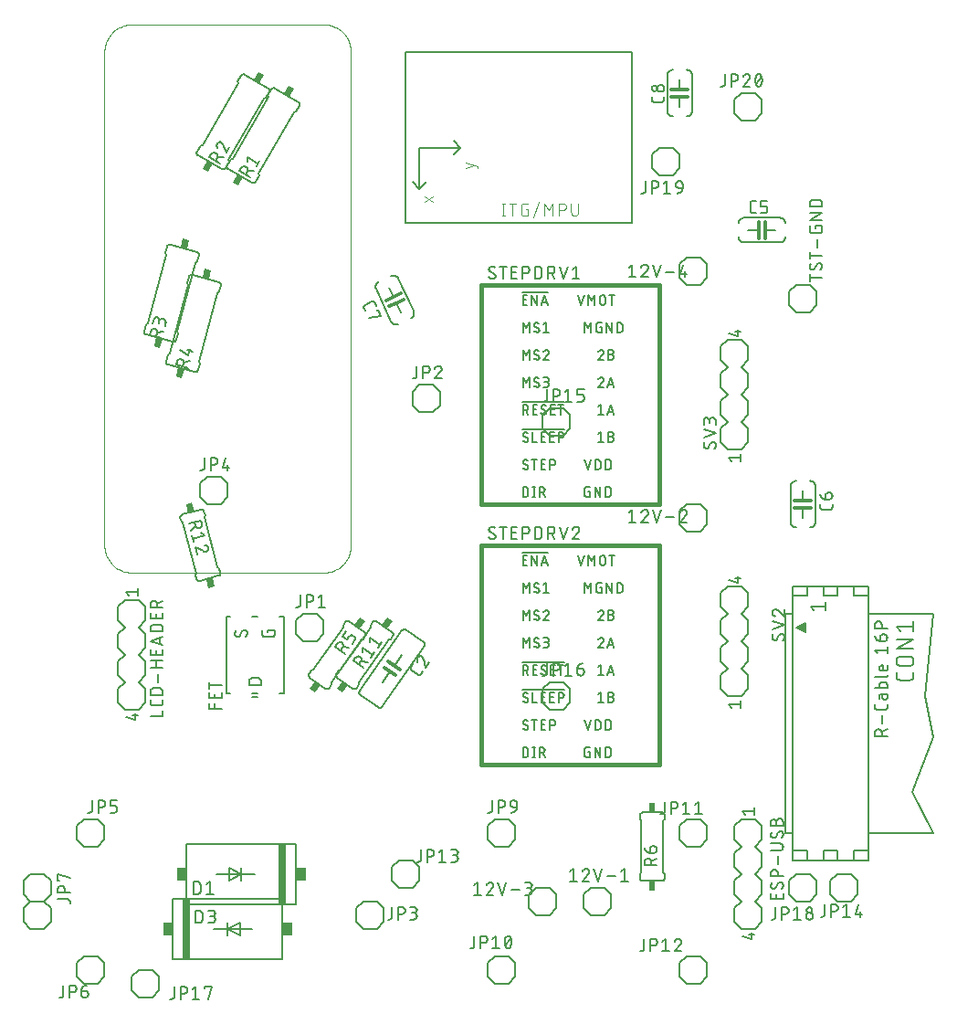
<source format=gbr>
G04 EAGLE Gerber RS-274X export*
G75*
%MOIN*%
%FSLAX34Y34*%
%LPD*%
%INSilkscreen Top*%
%IPPOS*%
%AMOC8*
5,1,8,0,0,1.08239X$1,22.5*%
G01*
%ADD10C,0.006000*%
%ADD11C,0.005000*%
%ADD12C,0.016000*%
%ADD13C,0.000000*%
%ADD14R,0.034000X0.024000*%
%ADD15C,0.012000*%
%ADD16R,0.024000X0.034000*%
%ADD17R,0.030000X0.220000*%
%ADD18R,0.035000X0.050000*%
%ADD19R,0.010000X0.020000*%
%ADD20R,0.005000X0.015000*%
%ADD21R,0.010000X0.010000*%
%ADD22C,0.007000*%
%ADD23C,0.004000*%


D10*
X5000Y15250D02*
X5000Y14750D01*
X4750Y14500D01*
X4250Y14500D02*
X4000Y14750D01*
X4750Y14500D02*
X5000Y14250D01*
X5000Y13750D01*
X4750Y13500D01*
X4250Y13500D02*
X4000Y13750D01*
X4000Y14250D01*
X4250Y14500D01*
X4250Y15500D02*
X4750Y15500D01*
X5000Y15250D01*
X4250Y15500D02*
X4000Y15250D01*
X4000Y14750D01*
X4750Y13500D02*
X5000Y13250D01*
X5000Y12750D01*
X4750Y12500D01*
X4250Y12500D02*
X4000Y12750D01*
X4000Y13250D01*
X4250Y13500D01*
X5000Y12250D02*
X5000Y11750D01*
X4750Y11500D01*
X4250Y11500D01*
X4000Y11750D01*
X4750Y12500D02*
X5000Y12250D01*
X4250Y12500D02*
X4000Y12250D01*
X4000Y11750D01*
D11*
X4375Y15675D02*
X4275Y15800D01*
X4725Y15800D01*
X4725Y15675D02*
X4725Y15925D01*
X4275Y11225D02*
X4625Y11125D01*
X4625Y11375D01*
X4525Y11300D02*
X4725Y11300D01*
X5175Y11278D02*
X5625Y11278D01*
X5625Y11478D01*
X5625Y11750D02*
X5625Y11850D01*
X5625Y11750D02*
X5623Y11733D01*
X5619Y11716D01*
X5612Y11700D01*
X5602Y11686D01*
X5589Y11673D01*
X5575Y11663D01*
X5559Y11656D01*
X5542Y11652D01*
X5525Y11650D01*
X5275Y11650D01*
X5258Y11652D01*
X5241Y11656D01*
X5225Y11663D01*
X5211Y11673D01*
X5198Y11686D01*
X5188Y11700D01*
X5181Y11716D01*
X5177Y11733D01*
X5175Y11750D01*
X5175Y11850D01*
X5175Y12042D02*
X5625Y12042D01*
X5175Y12042D02*
X5175Y12167D01*
X5177Y12187D01*
X5181Y12206D01*
X5189Y12224D01*
X5199Y12240D01*
X5212Y12255D01*
X5227Y12268D01*
X5243Y12278D01*
X5261Y12286D01*
X5280Y12290D01*
X5300Y12292D01*
X5500Y12292D01*
X5520Y12290D01*
X5539Y12286D01*
X5557Y12278D01*
X5573Y12268D01*
X5588Y12255D01*
X5601Y12240D01*
X5611Y12224D01*
X5619Y12206D01*
X5623Y12187D01*
X5625Y12167D01*
X5625Y12042D01*
X5450Y12512D02*
X5450Y12812D01*
X5625Y13032D02*
X5175Y13032D01*
X5375Y13032D02*
X5375Y13282D01*
X5175Y13282D02*
X5625Y13282D01*
X5625Y13513D02*
X5625Y13713D01*
X5625Y13513D02*
X5175Y13513D01*
X5175Y13713D01*
X5375Y13663D02*
X5375Y13513D01*
X5625Y13862D02*
X5175Y14012D01*
X5625Y14162D01*
X5513Y14124D02*
X5513Y13899D01*
X5625Y14352D02*
X5175Y14352D01*
X5175Y14477D01*
X5177Y14497D01*
X5181Y14516D01*
X5189Y14534D01*
X5199Y14550D01*
X5212Y14565D01*
X5227Y14578D01*
X5243Y14588D01*
X5261Y14596D01*
X5280Y14600D01*
X5300Y14602D01*
X5500Y14602D01*
X5520Y14600D01*
X5539Y14596D01*
X5557Y14588D01*
X5573Y14578D01*
X5588Y14565D01*
X5601Y14550D01*
X5611Y14534D01*
X5619Y14516D01*
X5623Y14497D01*
X5625Y14477D01*
X5625Y14352D01*
X5625Y14833D02*
X5625Y15033D01*
X5625Y14833D02*
X5175Y14833D01*
X5175Y15033D01*
X5375Y14983D02*
X5375Y14833D01*
X5175Y15225D02*
X5625Y15225D01*
X5175Y15225D02*
X5175Y15350D01*
X5177Y15371D01*
X5182Y15391D01*
X5190Y15409D01*
X5201Y15427D01*
X5215Y15442D01*
X5232Y15455D01*
X5250Y15464D01*
X5269Y15471D01*
X5290Y15475D01*
X5310Y15475D01*
X5331Y15471D01*
X5350Y15464D01*
X5368Y15455D01*
X5385Y15442D01*
X5399Y15427D01*
X5410Y15409D01*
X5418Y15391D01*
X5423Y15371D01*
X5425Y15350D01*
X5425Y15225D01*
X5425Y15375D02*
X5625Y15475D01*
D12*
X17250Y27000D02*
X23750Y27000D01*
X23750Y19000D01*
X17250Y19000D01*
X17250Y27000D01*
D11*
X18775Y25625D02*
X18775Y25275D01*
X18892Y25431D02*
X18775Y25625D01*
X18892Y25431D02*
X19008Y25625D01*
X19008Y25275D01*
X19295Y25275D02*
X19310Y25276D01*
X19325Y25281D01*
X19338Y25288D01*
X19350Y25298D01*
X19360Y25310D01*
X19367Y25323D01*
X19372Y25338D01*
X19373Y25353D01*
X19295Y25275D02*
X19273Y25276D01*
X19252Y25281D01*
X19232Y25288D01*
X19213Y25297D01*
X19195Y25309D01*
X19179Y25324D01*
X19188Y25547D02*
X19189Y25562D01*
X19194Y25577D01*
X19201Y25590D01*
X19211Y25602D01*
X19223Y25612D01*
X19236Y25619D01*
X19251Y25624D01*
X19266Y25625D01*
X19289Y25623D01*
X19312Y25618D01*
X19334Y25608D01*
X19354Y25596D01*
X19227Y25479D02*
X19214Y25489D01*
X19203Y25501D01*
X19195Y25515D01*
X19190Y25531D01*
X19188Y25547D01*
X19334Y25421D02*
X19347Y25411D01*
X19358Y25399D01*
X19366Y25385D01*
X19371Y25369D01*
X19373Y25353D01*
X19334Y25421D02*
X19227Y25479D01*
X19526Y25547D02*
X19624Y25625D01*
X19624Y25275D01*
X19721Y25275D02*
X19526Y25275D01*
X18775Y24625D02*
X18775Y24275D01*
X18892Y24431D02*
X18775Y24625D01*
X18892Y24431D02*
X19008Y24625D01*
X19008Y24275D01*
X19295Y24275D02*
X19310Y24276D01*
X19325Y24281D01*
X19338Y24288D01*
X19350Y24298D01*
X19360Y24310D01*
X19367Y24323D01*
X19372Y24338D01*
X19373Y24353D01*
X19295Y24275D02*
X19273Y24276D01*
X19252Y24281D01*
X19232Y24288D01*
X19213Y24297D01*
X19195Y24309D01*
X19179Y24324D01*
X19188Y24547D02*
X19189Y24562D01*
X19194Y24577D01*
X19201Y24590D01*
X19211Y24602D01*
X19223Y24612D01*
X19236Y24619D01*
X19251Y24624D01*
X19266Y24625D01*
X19289Y24623D01*
X19312Y24618D01*
X19334Y24608D01*
X19354Y24596D01*
X19227Y24479D02*
X19214Y24489D01*
X19203Y24501D01*
X19195Y24515D01*
X19190Y24531D01*
X19188Y24547D01*
X19334Y24421D02*
X19347Y24411D01*
X19358Y24399D01*
X19366Y24385D01*
X19371Y24369D01*
X19373Y24353D01*
X19334Y24421D02*
X19227Y24479D01*
X19633Y24626D02*
X19650Y24624D01*
X19667Y24619D01*
X19682Y24611D01*
X19695Y24600D01*
X19706Y24587D01*
X19714Y24572D01*
X19719Y24555D01*
X19721Y24538D01*
X19633Y24625D02*
X19613Y24623D01*
X19594Y24618D01*
X19576Y24609D01*
X19559Y24597D01*
X19545Y24583D01*
X19534Y24566D01*
X19526Y24548D01*
X19692Y24470D02*
X19704Y24484D01*
X19713Y24501D01*
X19719Y24519D01*
X19721Y24538D01*
X19692Y24469D02*
X19526Y24275D01*
X19721Y24275D01*
X18775Y23625D02*
X18775Y23275D01*
X18892Y23431D02*
X18775Y23625D01*
X18892Y23431D02*
X19008Y23625D01*
X19008Y23275D01*
X19295Y23275D02*
X19310Y23276D01*
X19325Y23281D01*
X19338Y23288D01*
X19350Y23298D01*
X19360Y23310D01*
X19367Y23323D01*
X19372Y23338D01*
X19373Y23353D01*
X19295Y23275D02*
X19273Y23276D01*
X19252Y23281D01*
X19232Y23288D01*
X19213Y23297D01*
X19195Y23309D01*
X19179Y23324D01*
X19188Y23547D02*
X19189Y23562D01*
X19194Y23577D01*
X19201Y23590D01*
X19211Y23602D01*
X19223Y23612D01*
X19236Y23619D01*
X19251Y23624D01*
X19266Y23625D01*
X19289Y23623D01*
X19312Y23618D01*
X19334Y23608D01*
X19354Y23596D01*
X19227Y23479D02*
X19214Y23489D01*
X19203Y23501D01*
X19195Y23515D01*
X19190Y23531D01*
X19188Y23547D01*
X19334Y23421D02*
X19347Y23411D01*
X19358Y23399D01*
X19366Y23385D01*
X19371Y23369D01*
X19373Y23353D01*
X19334Y23421D02*
X19227Y23479D01*
X19526Y23275D02*
X19624Y23275D01*
X19642Y23277D01*
X19659Y23282D01*
X19675Y23290D01*
X19689Y23300D01*
X19701Y23314D01*
X19711Y23329D01*
X19717Y23345D01*
X19721Y23363D01*
X19721Y23381D01*
X19717Y23399D01*
X19711Y23415D01*
X19701Y23430D01*
X19689Y23444D01*
X19675Y23454D01*
X19659Y23462D01*
X19642Y23467D01*
X19624Y23469D01*
X19643Y23625D02*
X19526Y23625D01*
X19643Y23625D02*
X19659Y23623D01*
X19675Y23618D01*
X19689Y23610D01*
X19701Y23599D01*
X19711Y23586D01*
X19717Y23571D01*
X19721Y23555D01*
X19721Y23539D01*
X19717Y23523D01*
X19711Y23508D01*
X19701Y23495D01*
X19689Y23484D01*
X19675Y23476D01*
X19659Y23471D01*
X19643Y23469D01*
X19565Y23469D01*
X20287Y22725D02*
X18750Y22725D01*
X18775Y22625D02*
X18775Y22275D01*
X18775Y22625D02*
X18872Y22625D01*
X18890Y22623D01*
X18907Y22618D01*
X18923Y22610D01*
X18937Y22600D01*
X18949Y22586D01*
X18959Y22571D01*
X18965Y22555D01*
X18969Y22537D01*
X18969Y22519D01*
X18965Y22501D01*
X18959Y22485D01*
X18949Y22470D01*
X18937Y22456D01*
X18923Y22446D01*
X18907Y22438D01*
X18890Y22433D01*
X18872Y22431D01*
X18775Y22431D01*
X18892Y22431D02*
X18969Y22275D01*
X19145Y22275D02*
X19300Y22275D01*
X19145Y22275D02*
X19145Y22625D01*
X19300Y22625D01*
X19262Y22469D02*
X19145Y22469D01*
X19549Y22275D02*
X19564Y22276D01*
X19579Y22281D01*
X19592Y22288D01*
X19604Y22298D01*
X19614Y22310D01*
X19621Y22323D01*
X19626Y22338D01*
X19627Y22353D01*
X19549Y22275D02*
X19527Y22276D01*
X19506Y22281D01*
X19486Y22288D01*
X19467Y22297D01*
X19449Y22309D01*
X19433Y22324D01*
X19442Y22547D02*
X19443Y22562D01*
X19448Y22577D01*
X19455Y22590D01*
X19465Y22602D01*
X19477Y22612D01*
X19490Y22619D01*
X19505Y22624D01*
X19520Y22625D01*
X19543Y22623D01*
X19566Y22618D01*
X19588Y22608D01*
X19608Y22596D01*
X19481Y22479D02*
X19468Y22489D01*
X19457Y22501D01*
X19449Y22515D01*
X19444Y22531D01*
X19442Y22547D01*
X19587Y22421D02*
X19600Y22411D01*
X19611Y22399D01*
X19619Y22385D01*
X19624Y22369D01*
X19626Y22353D01*
X19588Y22421D02*
X19481Y22479D01*
X19793Y22275D02*
X19948Y22275D01*
X19793Y22275D02*
X19793Y22625D01*
X19948Y22625D01*
X19910Y22469D02*
X19793Y22469D01*
X20165Y22625D02*
X20165Y22275D01*
X20068Y22625D02*
X20262Y22625D01*
X20297Y21725D02*
X18750Y21725D01*
X18970Y21353D02*
X18969Y21338D01*
X18964Y21323D01*
X18957Y21310D01*
X18947Y21298D01*
X18935Y21288D01*
X18922Y21281D01*
X18907Y21276D01*
X18892Y21275D01*
X18870Y21276D01*
X18849Y21281D01*
X18829Y21288D01*
X18810Y21297D01*
X18792Y21309D01*
X18776Y21324D01*
X18785Y21547D02*
X18786Y21562D01*
X18791Y21577D01*
X18798Y21590D01*
X18808Y21602D01*
X18820Y21612D01*
X18833Y21619D01*
X18848Y21624D01*
X18863Y21625D01*
X18886Y21623D01*
X18909Y21618D01*
X18931Y21608D01*
X18951Y21596D01*
X18824Y21479D02*
X18811Y21489D01*
X18800Y21501D01*
X18792Y21515D01*
X18787Y21531D01*
X18785Y21547D01*
X18930Y21421D02*
X18943Y21411D01*
X18954Y21399D01*
X18962Y21385D01*
X18967Y21369D01*
X18969Y21353D01*
X18931Y21421D02*
X18824Y21479D01*
X19136Y21625D02*
X19136Y21275D01*
X19291Y21275D01*
X19448Y21275D02*
X19603Y21275D01*
X19448Y21275D02*
X19448Y21625D01*
X19603Y21625D01*
X19565Y21469D02*
X19448Y21469D01*
X19760Y21275D02*
X19915Y21275D01*
X19760Y21275D02*
X19760Y21625D01*
X19915Y21625D01*
X19877Y21469D02*
X19760Y21469D01*
X20078Y21625D02*
X20078Y21275D01*
X20078Y21625D02*
X20175Y21625D01*
X20193Y21623D01*
X20210Y21618D01*
X20226Y21610D01*
X20240Y21600D01*
X20252Y21586D01*
X20262Y21571D01*
X20268Y21555D01*
X20272Y21537D01*
X20272Y21519D01*
X20268Y21501D01*
X20262Y21485D01*
X20252Y21470D01*
X20240Y21456D01*
X20226Y21446D01*
X20210Y21438D01*
X20193Y21433D01*
X20175Y21431D01*
X20078Y21431D01*
X18970Y20353D02*
X18969Y20338D01*
X18964Y20323D01*
X18957Y20310D01*
X18947Y20298D01*
X18935Y20288D01*
X18922Y20281D01*
X18907Y20276D01*
X18892Y20275D01*
X18870Y20276D01*
X18849Y20281D01*
X18829Y20288D01*
X18810Y20297D01*
X18792Y20309D01*
X18776Y20324D01*
X18785Y20547D02*
X18786Y20562D01*
X18791Y20577D01*
X18798Y20590D01*
X18808Y20602D01*
X18820Y20612D01*
X18833Y20619D01*
X18848Y20624D01*
X18863Y20625D01*
X18886Y20623D01*
X18909Y20618D01*
X18931Y20608D01*
X18951Y20596D01*
X18824Y20479D02*
X18811Y20489D01*
X18800Y20501D01*
X18792Y20515D01*
X18787Y20531D01*
X18785Y20547D01*
X18930Y20421D02*
X18943Y20411D01*
X18954Y20399D01*
X18962Y20385D01*
X18967Y20369D01*
X18969Y20353D01*
X18931Y20421D02*
X18824Y20479D01*
X19196Y20625D02*
X19196Y20275D01*
X19099Y20625D02*
X19293Y20625D01*
X19448Y20275D02*
X19603Y20275D01*
X19448Y20275D02*
X19448Y20625D01*
X19603Y20625D01*
X19565Y20469D02*
X19448Y20469D01*
X19766Y20625D02*
X19766Y20275D01*
X19766Y20625D02*
X19863Y20625D01*
X19881Y20623D01*
X19898Y20618D01*
X19914Y20610D01*
X19928Y20600D01*
X19940Y20586D01*
X19950Y20571D01*
X19956Y20555D01*
X19960Y20537D01*
X19960Y20519D01*
X19956Y20501D01*
X19950Y20485D01*
X19940Y20470D01*
X19928Y20456D01*
X19914Y20446D01*
X19898Y20438D01*
X19881Y20433D01*
X19863Y20431D01*
X19766Y20431D01*
X18775Y19625D02*
X18775Y19275D01*
X18775Y19625D02*
X18872Y19625D01*
X18889Y19624D01*
X18905Y19619D01*
X18921Y19612D01*
X18934Y19602D01*
X18946Y19590D01*
X18956Y19577D01*
X18963Y19561D01*
X18968Y19545D01*
X18969Y19528D01*
X18969Y19372D01*
X18968Y19355D01*
X18963Y19339D01*
X18956Y19324D01*
X18946Y19310D01*
X18934Y19298D01*
X18921Y19288D01*
X18905Y19281D01*
X18889Y19276D01*
X18872Y19275D01*
X18775Y19275D01*
X19172Y19275D02*
X19172Y19625D01*
X19133Y19275D02*
X19211Y19275D01*
X19211Y19625D02*
X19133Y19625D01*
X19378Y19625D02*
X19378Y19275D01*
X19378Y19625D02*
X19475Y19625D01*
X19493Y19623D01*
X19510Y19618D01*
X19526Y19610D01*
X19540Y19600D01*
X19552Y19586D01*
X19562Y19571D01*
X19568Y19555D01*
X19572Y19537D01*
X19572Y19519D01*
X19568Y19501D01*
X19562Y19485D01*
X19552Y19470D01*
X19540Y19456D01*
X19526Y19446D01*
X19510Y19438D01*
X19493Y19433D01*
X19475Y19431D01*
X19378Y19431D01*
X19495Y19431D02*
X19572Y19275D01*
X19697Y26725D02*
X18750Y26725D01*
X18775Y26275D02*
X18931Y26275D01*
X18775Y26275D02*
X18775Y26625D01*
X18931Y26625D01*
X18892Y26469D02*
X18775Y26469D01*
X19086Y26625D02*
X19086Y26275D01*
X19281Y26275D02*
X19086Y26625D01*
X19281Y26625D02*
X19281Y26275D01*
X19439Y26275D02*
X19555Y26625D01*
X19672Y26275D01*
X19643Y26363D02*
X19468Y26363D01*
X20775Y26625D02*
X20892Y26275D01*
X21008Y26625D01*
X21171Y26625D02*
X21171Y26275D01*
X21288Y26431D02*
X21171Y26625D01*
X21288Y26431D02*
X21404Y26625D01*
X21404Y26275D01*
X21586Y26372D02*
X21586Y26528D01*
X21587Y26528D02*
X21589Y26546D01*
X21594Y26563D01*
X21602Y26579D01*
X21612Y26593D01*
X21626Y26605D01*
X21641Y26615D01*
X21657Y26621D01*
X21675Y26625D01*
X21693Y26625D01*
X21711Y26621D01*
X21727Y26615D01*
X21742Y26605D01*
X21756Y26593D01*
X21766Y26579D01*
X21774Y26563D01*
X21779Y26546D01*
X21781Y26528D01*
X21781Y26372D01*
X21779Y26354D01*
X21774Y26337D01*
X21766Y26321D01*
X21756Y26307D01*
X21742Y26295D01*
X21727Y26285D01*
X21711Y26279D01*
X21693Y26275D01*
X21675Y26275D01*
X21657Y26279D01*
X21641Y26285D01*
X21626Y26295D01*
X21612Y26307D01*
X21602Y26321D01*
X21594Y26337D01*
X21589Y26354D01*
X21587Y26372D01*
X22020Y26275D02*
X22020Y26625D01*
X22117Y26625D02*
X21922Y26625D01*
X21025Y25625D02*
X21025Y25275D01*
X21142Y25431D02*
X21025Y25625D01*
X21142Y25431D02*
X21258Y25625D01*
X21258Y25275D01*
X21589Y25469D02*
X21647Y25469D01*
X21647Y25275D01*
X21530Y25275D01*
X21515Y25276D01*
X21500Y25281D01*
X21487Y25288D01*
X21475Y25298D01*
X21465Y25310D01*
X21458Y25323D01*
X21453Y25338D01*
X21452Y25353D01*
X21452Y25547D01*
X21454Y25564D01*
X21460Y25581D01*
X21469Y25596D01*
X21481Y25608D01*
X21496Y25617D01*
X21513Y25623D01*
X21530Y25625D01*
X21647Y25625D01*
X21836Y25625D02*
X21836Y25275D01*
X22031Y25275D02*
X21836Y25625D01*
X22031Y25625D02*
X22031Y25275D01*
X22220Y25275D02*
X22220Y25625D01*
X22318Y25625D01*
X22335Y25624D01*
X22351Y25619D01*
X22367Y25612D01*
X22380Y25602D01*
X22392Y25590D01*
X22402Y25577D01*
X22409Y25561D01*
X22414Y25545D01*
X22415Y25528D01*
X22415Y25372D01*
X22414Y25355D01*
X22409Y25339D01*
X22402Y25324D01*
X22392Y25310D01*
X22380Y25298D01*
X22367Y25288D01*
X22351Y25281D01*
X22335Y25276D01*
X22318Y25275D01*
X22220Y25275D01*
X21219Y19469D02*
X21161Y19469D01*
X21219Y19469D02*
X21219Y19275D01*
X21103Y19275D01*
X21088Y19276D01*
X21073Y19281D01*
X21060Y19288D01*
X21048Y19298D01*
X21038Y19310D01*
X21031Y19323D01*
X21026Y19338D01*
X21025Y19353D01*
X21025Y19547D01*
X21027Y19564D01*
X21033Y19581D01*
X21042Y19596D01*
X21054Y19608D01*
X21069Y19617D01*
X21086Y19623D01*
X21103Y19625D01*
X21219Y19625D01*
X21409Y19625D02*
X21409Y19275D01*
X21603Y19275D02*
X21409Y19625D01*
X21603Y19625D02*
X21603Y19275D01*
X21793Y19275D02*
X21793Y19625D01*
X21890Y19625D01*
X21907Y19624D01*
X21923Y19619D01*
X21939Y19612D01*
X21952Y19602D01*
X21964Y19590D01*
X21974Y19577D01*
X21981Y19561D01*
X21986Y19545D01*
X21987Y19528D01*
X21987Y19372D01*
X21986Y19355D01*
X21981Y19339D01*
X21974Y19324D01*
X21964Y19310D01*
X21952Y19298D01*
X21939Y19288D01*
X21923Y19281D01*
X21907Y19276D01*
X21890Y19275D01*
X21793Y19275D01*
X21142Y20275D02*
X21025Y20625D01*
X21258Y20625D02*
X21142Y20275D01*
X21416Y20275D02*
X21416Y20625D01*
X21514Y20625D01*
X21531Y20624D01*
X21547Y20619D01*
X21563Y20612D01*
X21576Y20602D01*
X21588Y20590D01*
X21598Y20577D01*
X21605Y20561D01*
X21610Y20545D01*
X21611Y20528D01*
X21611Y20372D01*
X21610Y20355D01*
X21605Y20339D01*
X21598Y20324D01*
X21588Y20310D01*
X21576Y20298D01*
X21563Y20288D01*
X21547Y20281D01*
X21531Y20276D01*
X21514Y20275D01*
X21416Y20275D01*
X21800Y20275D02*
X21800Y20625D01*
X21898Y20625D01*
X21915Y20624D01*
X21931Y20619D01*
X21947Y20612D01*
X21960Y20602D01*
X21972Y20590D01*
X21982Y20577D01*
X21989Y20561D01*
X21994Y20545D01*
X21995Y20528D01*
X21995Y20372D01*
X21994Y20355D01*
X21989Y20339D01*
X21982Y20324D01*
X21972Y20310D01*
X21960Y20298D01*
X21947Y20288D01*
X21931Y20281D01*
X21915Y20276D01*
X21898Y20275D01*
X21800Y20275D01*
X21720Y23538D02*
X21718Y23555D01*
X21713Y23572D01*
X21705Y23587D01*
X21694Y23600D01*
X21681Y23611D01*
X21666Y23619D01*
X21649Y23624D01*
X21632Y23626D01*
X21632Y23625D02*
X21612Y23623D01*
X21593Y23618D01*
X21575Y23609D01*
X21558Y23597D01*
X21544Y23583D01*
X21533Y23566D01*
X21525Y23548D01*
X21690Y23470D02*
X21702Y23484D01*
X21711Y23501D01*
X21717Y23519D01*
X21719Y23538D01*
X21690Y23469D02*
X21525Y23275D01*
X21719Y23275D01*
X21866Y23275D02*
X21982Y23625D01*
X22099Y23275D01*
X22070Y23363D02*
X21895Y23363D01*
X21622Y22625D02*
X21525Y22547D01*
X21622Y22625D02*
X21622Y22275D01*
X21525Y22275D02*
X21719Y22275D01*
X21866Y22275D02*
X21982Y22625D01*
X22099Y22275D01*
X22070Y22363D02*
X21895Y22363D01*
X21622Y21625D02*
X21525Y21547D01*
X21622Y21625D02*
X21622Y21275D01*
X21525Y21275D02*
X21719Y21275D01*
X21904Y21469D02*
X22001Y21469D01*
X22019Y21467D01*
X22036Y21462D01*
X22052Y21454D01*
X22066Y21444D01*
X22078Y21430D01*
X22088Y21415D01*
X22094Y21399D01*
X22098Y21381D01*
X22098Y21363D01*
X22094Y21345D01*
X22088Y21329D01*
X22078Y21314D01*
X22066Y21300D01*
X22052Y21290D01*
X22036Y21282D01*
X22019Y21277D01*
X22001Y21275D01*
X21904Y21275D01*
X21904Y21625D01*
X22001Y21625D01*
X22017Y21623D01*
X22033Y21618D01*
X22047Y21610D01*
X22059Y21599D01*
X22069Y21586D01*
X22075Y21571D01*
X22079Y21555D01*
X22079Y21539D01*
X22075Y21523D01*
X22069Y21508D01*
X22059Y21495D01*
X22047Y21484D01*
X22033Y21476D01*
X22017Y21471D01*
X22001Y21469D01*
X21720Y24538D02*
X21718Y24555D01*
X21713Y24572D01*
X21705Y24587D01*
X21694Y24600D01*
X21681Y24611D01*
X21666Y24619D01*
X21649Y24624D01*
X21632Y24626D01*
X21632Y24625D02*
X21612Y24623D01*
X21593Y24618D01*
X21575Y24609D01*
X21558Y24597D01*
X21544Y24583D01*
X21533Y24566D01*
X21525Y24548D01*
X21690Y24470D02*
X21702Y24484D01*
X21711Y24501D01*
X21717Y24519D01*
X21719Y24538D01*
X21690Y24469D02*
X21525Y24275D01*
X21719Y24275D01*
X21904Y24469D02*
X22001Y24469D01*
X22019Y24467D01*
X22036Y24462D01*
X22052Y24454D01*
X22066Y24444D01*
X22078Y24430D01*
X22088Y24415D01*
X22094Y24399D01*
X22098Y24381D01*
X22098Y24363D01*
X22094Y24345D01*
X22088Y24329D01*
X22078Y24314D01*
X22066Y24300D01*
X22052Y24290D01*
X22036Y24282D01*
X22019Y24277D01*
X22001Y24275D01*
X21904Y24275D01*
X21904Y24625D01*
X22001Y24625D01*
X22017Y24623D01*
X22033Y24618D01*
X22047Y24610D01*
X22059Y24599D01*
X22069Y24586D01*
X22075Y24571D01*
X22079Y24555D01*
X22079Y24539D01*
X22075Y24523D01*
X22069Y24508D01*
X22059Y24495D01*
X22047Y24484D01*
X22033Y24476D01*
X22017Y24471D01*
X22001Y24469D01*
X17775Y27325D02*
X17773Y27308D01*
X17769Y27291D01*
X17762Y27275D01*
X17752Y27261D01*
X17739Y27248D01*
X17725Y27238D01*
X17709Y27231D01*
X17692Y27227D01*
X17675Y27225D01*
X17647Y27227D01*
X17620Y27232D01*
X17594Y27241D01*
X17569Y27254D01*
X17546Y27269D01*
X17525Y27287D01*
X17538Y27575D02*
X17540Y27592D01*
X17544Y27609D01*
X17551Y27625D01*
X17561Y27639D01*
X17574Y27652D01*
X17588Y27662D01*
X17604Y27669D01*
X17621Y27673D01*
X17638Y27675D01*
X17638Y27676D02*
X17662Y27674D01*
X17686Y27670D01*
X17709Y27662D01*
X17731Y27652D01*
X17751Y27638D01*
X17587Y27487D02*
X17573Y27497D01*
X17560Y27510D01*
X17550Y27524D01*
X17543Y27540D01*
X17539Y27557D01*
X17537Y27575D01*
X17725Y27413D02*
X17739Y27403D01*
X17752Y27390D01*
X17762Y27376D01*
X17769Y27360D01*
X17773Y27343D01*
X17775Y27325D01*
X17725Y27413D02*
X17588Y27488D01*
X18055Y27675D02*
X18055Y27225D01*
X17930Y27675D02*
X18180Y27675D01*
X18366Y27225D02*
X18566Y27225D01*
X18366Y27225D02*
X18366Y27675D01*
X18566Y27675D01*
X18516Y27475D02*
X18366Y27475D01*
X18762Y27675D02*
X18762Y27225D01*
X18762Y27675D02*
X18887Y27675D01*
X18908Y27673D01*
X18928Y27668D01*
X18946Y27660D01*
X18964Y27649D01*
X18979Y27635D01*
X18992Y27618D01*
X19001Y27600D01*
X19008Y27581D01*
X19012Y27560D01*
X19012Y27540D01*
X19008Y27519D01*
X19001Y27500D01*
X18992Y27482D01*
X18979Y27465D01*
X18964Y27451D01*
X18946Y27440D01*
X18928Y27432D01*
X18908Y27427D01*
X18887Y27425D01*
X18762Y27425D01*
X19205Y27225D02*
X19205Y27675D01*
X19330Y27675D01*
X19350Y27673D01*
X19369Y27669D01*
X19387Y27661D01*
X19403Y27651D01*
X19418Y27638D01*
X19431Y27623D01*
X19441Y27607D01*
X19449Y27589D01*
X19453Y27570D01*
X19455Y27550D01*
X19455Y27350D01*
X19453Y27330D01*
X19449Y27311D01*
X19441Y27293D01*
X19431Y27277D01*
X19418Y27262D01*
X19403Y27249D01*
X19387Y27239D01*
X19369Y27231D01*
X19350Y27227D01*
X19330Y27225D01*
X19205Y27225D01*
X19688Y27225D02*
X19688Y27675D01*
X19813Y27675D01*
X19834Y27673D01*
X19854Y27668D01*
X19872Y27660D01*
X19890Y27649D01*
X19905Y27635D01*
X19918Y27618D01*
X19927Y27600D01*
X19934Y27581D01*
X19938Y27560D01*
X19938Y27540D01*
X19934Y27519D01*
X19927Y27500D01*
X19918Y27482D01*
X19905Y27465D01*
X19890Y27451D01*
X19872Y27440D01*
X19854Y27432D01*
X19834Y27427D01*
X19813Y27425D01*
X19688Y27425D01*
X19838Y27425D02*
X19938Y27225D01*
X20260Y27225D02*
X20110Y27675D01*
X20410Y27675D02*
X20260Y27225D01*
X20585Y27575D02*
X20710Y27675D01*
X20710Y27225D01*
X20585Y27225D02*
X20835Y27225D01*
D12*
X23750Y17500D02*
X17250Y17500D01*
X23750Y17500D02*
X23750Y9500D01*
X17250Y9500D01*
X17250Y17500D01*
D11*
X18775Y16125D02*
X18775Y15775D01*
X18892Y15931D02*
X18775Y16125D01*
X18892Y15931D02*
X19008Y16125D01*
X19008Y15775D01*
X19295Y15775D02*
X19310Y15776D01*
X19325Y15781D01*
X19338Y15788D01*
X19350Y15798D01*
X19360Y15810D01*
X19367Y15823D01*
X19372Y15838D01*
X19373Y15853D01*
X19295Y15775D02*
X19273Y15776D01*
X19252Y15781D01*
X19232Y15788D01*
X19213Y15797D01*
X19195Y15809D01*
X19179Y15824D01*
X19188Y16047D02*
X19189Y16062D01*
X19194Y16077D01*
X19201Y16090D01*
X19211Y16102D01*
X19223Y16112D01*
X19236Y16119D01*
X19251Y16124D01*
X19266Y16125D01*
X19289Y16123D01*
X19312Y16118D01*
X19334Y16108D01*
X19354Y16096D01*
X19227Y15979D02*
X19214Y15989D01*
X19203Y16001D01*
X19195Y16015D01*
X19190Y16031D01*
X19188Y16047D01*
X19334Y15921D02*
X19347Y15911D01*
X19358Y15899D01*
X19366Y15885D01*
X19371Y15869D01*
X19373Y15853D01*
X19334Y15921D02*
X19227Y15979D01*
X19526Y16047D02*
X19624Y16125D01*
X19624Y15775D01*
X19721Y15775D02*
X19526Y15775D01*
X18775Y15125D02*
X18775Y14775D01*
X18892Y14931D02*
X18775Y15125D01*
X18892Y14931D02*
X19008Y15125D01*
X19008Y14775D01*
X19295Y14775D02*
X19310Y14776D01*
X19325Y14781D01*
X19338Y14788D01*
X19350Y14798D01*
X19360Y14810D01*
X19367Y14823D01*
X19372Y14838D01*
X19373Y14853D01*
X19295Y14775D02*
X19273Y14776D01*
X19252Y14781D01*
X19232Y14788D01*
X19213Y14797D01*
X19195Y14809D01*
X19179Y14824D01*
X19188Y15047D02*
X19189Y15062D01*
X19194Y15077D01*
X19201Y15090D01*
X19211Y15102D01*
X19223Y15112D01*
X19236Y15119D01*
X19251Y15124D01*
X19266Y15125D01*
X19289Y15123D01*
X19312Y15118D01*
X19334Y15108D01*
X19354Y15096D01*
X19227Y14979D02*
X19214Y14989D01*
X19203Y15001D01*
X19195Y15015D01*
X19190Y15031D01*
X19188Y15047D01*
X19334Y14921D02*
X19347Y14911D01*
X19358Y14899D01*
X19366Y14885D01*
X19371Y14869D01*
X19373Y14853D01*
X19334Y14921D02*
X19227Y14979D01*
X19633Y15126D02*
X19650Y15124D01*
X19667Y15119D01*
X19682Y15111D01*
X19695Y15100D01*
X19706Y15087D01*
X19714Y15072D01*
X19719Y15055D01*
X19721Y15038D01*
X19633Y15125D02*
X19613Y15123D01*
X19594Y15118D01*
X19576Y15109D01*
X19559Y15097D01*
X19545Y15083D01*
X19534Y15066D01*
X19526Y15048D01*
X19692Y14970D02*
X19704Y14984D01*
X19713Y15001D01*
X19719Y15019D01*
X19721Y15038D01*
X19692Y14969D02*
X19526Y14775D01*
X19721Y14775D01*
X18775Y14125D02*
X18775Y13775D01*
X18892Y13931D02*
X18775Y14125D01*
X18892Y13931D02*
X19008Y14125D01*
X19008Y13775D01*
X19295Y13775D02*
X19310Y13776D01*
X19325Y13781D01*
X19338Y13788D01*
X19350Y13798D01*
X19360Y13810D01*
X19367Y13823D01*
X19372Y13838D01*
X19373Y13853D01*
X19295Y13775D02*
X19273Y13776D01*
X19252Y13781D01*
X19232Y13788D01*
X19213Y13797D01*
X19195Y13809D01*
X19179Y13824D01*
X19188Y14047D02*
X19189Y14062D01*
X19194Y14077D01*
X19201Y14090D01*
X19211Y14102D01*
X19223Y14112D01*
X19236Y14119D01*
X19251Y14124D01*
X19266Y14125D01*
X19289Y14123D01*
X19312Y14118D01*
X19334Y14108D01*
X19354Y14096D01*
X19227Y13979D02*
X19214Y13989D01*
X19203Y14001D01*
X19195Y14015D01*
X19190Y14031D01*
X19188Y14047D01*
X19334Y13921D02*
X19347Y13911D01*
X19358Y13899D01*
X19366Y13885D01*
X19371Y13869D01*
X19373Y13853D01*
X19334Y13921D02*
X19227Y13979D01*
X19526Y13775D02*
X19624Y13775D01*
X19642Y13777D01*
X19659Y13782D01*
X19675Y13790D01*
X19689Y13800D01*
X19701Y13814D01*
X19711Y13829D01*
X19717Y13845D01*
X19721Y13863D01*
X19721Y13881D01*
X19717Y13899D01*
X19711Y13915D01*
X19701Y13930D01*
X19689Y13944D01*
X19675Y13954D01*
X19659Y13962D01*
X19642Y13967D01*
X19624Y13969D01*
X19643Y14125D02*
X19526Y14125D01*
X19643Y14125D02*
X19659Y14123D01*
X19675Y14118D01*
X19689Y14110D01*
X19701Y14099D01*
X19711Y14086D01*
X19717Y14071D01*
X19721Y14055D01*
X19721Y14039D01*
X19717Y14023D01*
X19711Y14008D01*
X19701Y13995D01*
X19689Y13984D01*
X19675Y13976D01*
X19659Y13971D01*
X19643Y13969D01*
X19565Y13969D01*
X20287Y13225D02*
X18750Y13225D01*
X18775Y13125D02*
X18775Y12775D01*
X18775Y13125D02*
X18872Y13125D01*
X18890Y13123D01*
X18907Y13118D01*
X18923Y13110D01*
X18937Y13100D01*
X18949Y13086D01*
X18959Y13071D01*
X18965Y13055D01*
X18969Y13037D01*
X18969Y13019D01*
X18965Y13001D01*
X18959Y12985D01*
X18949Y12970D01*
X18937Y12956D01*
X18923Y12946D01*
X18907Y12938D01*
X18890Y12933D01*
X18872Y12931D01*
X18775Y12931D01*
X18892Y12931D02*
X18969Y12775D01*
X19145Y12775D02*
X19300Y12775D01*
X19145Y12775D02*
X19145Y13125D01*
X19300Y13125D01*
X19262Y12969D02*
X19145Y12969D01*
X19549Y12775D02*
X19564Y12776D01*
X19579Y12781D01*
X19592Y12788D01*
X19604Y12798D01*
X19614Y12810D01*
X19621Y12823D01*
X19626Y12838D01*
X19627Y12853D01*
X19549Y12775D02*
X19527Y12776D01*
X19506Y12781D01*
X19486Y12788D01*
X19467Y12797D01*
X19449Y12809D01*
X19433Y12824D01*
X19442Y13047D02*
X19443Y13062D01*
X19448Y13077D01*
X19455Y13090D01*
X19465Y13102D01*
X19477Y13112D01*
X19490Y13119D01*
X19505Y13124D01*
X19520Y13125D01*
X19543Y13123D01*
X19566Y13118D01*
X19588Y13108D01*
X19608Y13096D01*
X19481Y12979D02*
X19468Y12989D01*
X19457Y13001D01*
X19449Y13015D01*
X19444Y13031D01*
X19442Y13047D01*
X19587Y12921D02*
X19600Y12911D01*
X19611Y12899D01*
X19619Y12885D01*
X19624Y12869D01*
X19626Y12853D01*
X19588Y12921D02*
X19481Y12979D01*
X19793Y12775D02*
X19948Y12775D01*
X19793Y12775D02*
X19793Y13125D01*
X19948Y13125D01*
X19910Y12969D02*
X19793Y12969D01*
X20165Y13125D02*
X20165Y12775D01*
X20068Y13125D02*
X20262Y13125D01*
X20297Y12225D02*
X18750Y12225D01*
X18970Y11853D02*
X18969Y11838D01*
X18964Y11823D01*
X18957Y11810D01*
X18947Y11798D01*
X18935Y11788D01*
X18922Y11781D01*
X18907Y11776D01*
X18892Y11775D01*
X18870Y11776D01*
X18849Y11781D01*
X18829Y11788D01*
X18810Y11797D01*
X18792Y11809D01*
X18776Y11824D01*
X18785Y12047D02*
X18786Y12062D01*
X18791Y12077D01*
X18798Y12090D01*
X18808Y12102D01*
X18820Y12112D01*
X18833Y12119D01*
X18848Y12124D01*
X18863Y12125D01*
X18886Y12123D01*
X18909Y12118D01*
X18931Y12108D01*
X18951Y12096D01*
X18824Y11979D02*
X18811Y11989D01*
X18800Y12001D01*
X18792Y12015D01*
X18787Y12031D01*
X18785Y12047D01*
X18930Y11921D02*
X18943Y11911D01*
X18954Y11899D01*
X18962Y11885D01*
X18967Y11869D01*
X18969Y11853D01*
X18931Y11921D02*
X18824Y11979D01*
X19136Y12125D02*
X19136Y11775D01*
X19291Y11775D01*
X19448Y11775D02*
X19603Y11775D01*
X19448Y11775D02*
X19448Y12125D01*
X19603Y12125D01*
X19565Y11969D02*
X19448Y11969D01*
X19760Y11775D02*
X19915Y11775D01*
X19760Y11775D02*
X19760Y12125D01*
X19915Y12125D01*
X19877Y11969D02*
X19760Y11969D01*
X20078Y12125D02*
X20078Y11775D01*
X20078Y12125D02*
X20175Y12125D01*
X20193Y12123D01*
X20210Y12118D01*
X20226Y12110D01*
X20240Y12100D01*
X20252Y12086D01*
X20262Y12071D01*
X20268Y12055D01*
X20272Y12037D01*
X20272Y12019D01*
X20268Y12001D01*
X20262Y11985D01*
X20252Y11970D01*
X20240Y11956D01*
X20226Y11946D01*
X20210Y11938D01*
X20193Y11933D01*
X20175Y11931D01*
X20078Y11931D01*
X18970Y10853D02*
X18969Y10838D01*
X18964Y10823D01*
X18957Y10810D01*
X18947Y10798D01*
X18935Y10788D01*
X18922Y10781D01*
X18907Y10776D01*
X18892Y10775D01*
X18870Y10776D01*
X18849Y10781D01*
X18829Y10788D01*
X18810Y10797D01*
X18792Y10809D01*
X18776Y10824D01*
X18785Y11047D02*
X18786Y11062D01*
X18791Y11077D01*
X18798Y11090D01*
X18808Y11102D01*
X18820Y11112D01*
X18833Y11119D01*
X18848Y11124D01*
X18863Y11125D01*
X18886Y11123D01*
X18909Y11118D01*
X18931Y11108D01*
X18951Y11096D01*
X18824Y10979D02*
X18811Y10989D01*
X18800Y11001D01*
X18792Y11015D01*
X18787Y11031D01*
X18785Y11047D01*
X18930Y10921D02*
X18943Y10911D01*
X18954Y10899D01*
X18962Y10885D01*
X18967Y10869D01*
X18969Y10853D01*
X18931Y10921D02*
X18824Y10979D01*
X19196Y11125D02*
X19196Y10775D01*
X19099Y11125D02*
X19293Y11125D01*
X19448Y10775D02*
X19603Y10775D01*
X19448Y10775D02*
X19448Y11125D01*
X19603Y11125D01*
X19565Y10969D02*
X19448Y10969D01*
X19766Y11125D02*
X19766Y10775D01*
X19766Y11125D02*
X19863Y11125D01*
X19881Y11123D01*
X19898Y11118D01*
X19914Y11110D01*
X19928Y11100D01*
X19940Y11086D01*
X19950Y11071D01*
X19956Y11055D01*
X19960Y11037D01*
X19960Y11019D01*
X19956Y11001D01*
X19950Y10985D01*
X19940Y10970D01*
X19928Y10956D01*
X19914Y10946D01*
X19898Y10938D01*
X19881Y10933D01*
X19863Y10931D01*
X19766Y10931D01*
X18775Y10125D02*
X18775Y9775D01*
X18775Y10125D02*
X18872Y10125D01*
X18889Y10124D01*
X18905Y10119D01*
X18921Y10112D01*
X18934Y10102D01*
X18946Y10090D01*
X18956Y10077D01*
X18963Y10061D01*
X18968Y10045D01*
X18969Y10028D01*
X18969Y9872D01*
X18968Y9855D01*
X18963Y9839D01*
X18956Y9824D01*
X18946Y9810D01*
X18934Y9798D01*
X18921Y9788D01*
X18905Y9781D01*
X18889Y9776D01*
X18872Y9775D01*
X18775Y9775D01*
X19172Y9775D02*
X19172Y10125D01*
X19133Y9775D02*
X19211Y9775D01*
X19211Y10125D02*
X19133Y10125D01*
X19378Y10125D02*
X19378Y9775D01*
X19378Y10125D02*
X19475Y10125D01*
X19493Y10123D01*
X19510Y10118D01*
X19526Y10110D01*
X19540Y10100D01*
X19552Y10086D01*
X19562Y10071D01*
X19568Y10055D01*
X19572Y10037D01*
X19572Y10019D01*
X19568Y10001D01*
X19562Y9985D01*
X19552Y9970D01*
X19540Y9956D01*
X19526Y9946D01*
X19510Y9938D01*
X19493Y9933D01*
X19475Y9931D01*
X19378Y9931D01*
X19495Y9931D02*
X19572Y9775D01*
X19697Y17225D02*
X18750Y17225D01*
X18775Y16775D02*
X18931Y16775D01*
X18775Y16775D02*
X18775Y17125D01*
X18931Y17125D01*
X18892Y16969D02*
X18775Y16969D01*
X19086Y17125D02*
X19086Y16775D01*
X19281Y16775D02*
X19086Y17125D01*
X19281Y17125D02*
X19281Y16775D01*
X19439Y16775D02*
X19555Y17125D01*
X19672Y16775D01*
X19643Y16863D02*
X19468Y16863D01*
X20775Y17125D02*
X20892Y16775D01*
X21008Y17125D01*
X21171Y17125D02*
X21171Y16775D01*
X21288Y16931D02*
X21171Y17125D01*
X21288Y16931D02*
X21404Y17125D01*
X21404Y16775D01*
X21586Y16872D02*
X21586Y17028D01*
X21587Y17028D02*
X21589Y17046D01*
X21594Y17063D01*
X21602Y17079D01*
X21612Y17093D01*
X21626Y17105D01*
X21641Y17115D01*
X21657Y17121D01*
X21675Y17125D01*
X21693Y17125D01*
X21711Y17121D01*
X21727Y17115D01*
X21742Y17105D01*
X21756Y17093D01*
X21766Y17079D01*
X21774Y17063D01*
X21779Y17046D01*
X21781Y17028D01*
X21781Y16872D01*
X21779Y16854D01*
X21774Y16837D01*
X21766Y16821D01*
X21756Y16807D01*
X21742Y16795D01*
X21727Y16785D01*
X21711Y16779D01*
X21693Y16775D01*
X21675Y16775D01*
X21657Y16779D01*
X21641Y16785D01*
X21626Y16795D01*
X21612Y16807D01*
X21602Y16821D01*
X21594Y16837D01*
X21589Y16854D01*
X21587Y16872D01*
X22020Y16775D02*
X22020Y17125D01*
X22117Y17125D02*
X21922Y17125D01*
X21025Y16125D02*
X21025Y15775D01*
X21142Y15931D02*
X21025Y16125D01*
X21142Y15931D02*
X21258Y16125D01*
X21258Y15775D01*
X21589Y15969D02*
X21647Y15969D01*
X21647Y15775D01*
X21530Y15775D01*
X21515Y15776D01*
X21500Y15781D01*
X21487Y15788D01*
X21475Y15798D01*
X21465Y15810D01*
X21458Y15823D01*
X21453Y15838D01*
X21452Y15853D01*
X21452Y16047D01*
X21454Y16064D01*
X21460Y16081D01*
X21469Y16096D01*
X21481Y16108D01*
X21496Y16117D01*
X21513Y16123D01*
X21530Y16125D01*
X21647Y16125D01*
X21836Y16125D02*
X21836Y15775D01*
X22031Y15775D02*
X21836Y16125D01*
X22031Y16125D02*
X22031Y15775D01*
X22220Y15775D02*
X22220Y16125D01*
X22318Y16125D01*
X22335Y16124D01*
X22351Y16119D01*
X22367Y16112D01*
X22380Y16102D01*
X22392Y16090D01*
X22402Y16077D01*
X22409Y16061D01*
X22414Y16045D01*
X22415Y16028D01*
X22415Y15872D01*
X22414Y15855D01*
X22409Y15839D01*
X22402Y15824D01*
X22392Y15810D01*
X22380Y15798D01*
X22367Y15788D01*
X22351Y15781D01*
X22335Y15776D01*
X22318Y15775D01*
X22220Y15775D01*
X21219Y9969D02*
X21161Y9969D01*
X21219Y9969D02*
X21219Y9775D01*
X21103Y9775D01*
X21088Y9776D01*
X21073Y9781D01*
X21060Y9788D01*
X21048Y9798D01*
X21038Y9810D01*
X21031Y9823D01*
X21026Y9838D01*
X21025Y9853D01*
X21025Y10047D01*
X21027Y10064D01*
X21033Y10081D01*
X21042Y10096D01*
X21054Y10108D01*
X21069Y10117D01*
X21086Y10123D01*
X21103Y10125D01*
X21219Y10125D01*
X21409Y10125D02*
X21409Y9775D01*
X21603Y9775D02*
X21409Y10125D01*
X21603Y10125D02*
X21603Y9775D01*
X21793Y9775D02*
X21793Y10125D01*
X21890Y10125D01*
X21907Y10124D01*
X21923Y10119D01*
X21939Y10112D01*
X21952Y10102D01*
X21964Y10090D01*
X21974Y10077D01*
X21981Y10061D01*
X21986Y10045D01*
X21987Y10028D01*
X21987Y9872D01*
X21986Y9855D01*
X21981Y9839D01*
X21974Y9824D01*
X21964Y9810D01*
X21952Y9798D01*
X21939Y9788D01*
X21923Y9781D01*
X21907Y9776D01*
X21890Y9775D01*
X21793Y9775D01*
X21142Y10775D02*
X21025Y11125D01*
X21258Y11125D02*
X21142Y10775D01*
X21416Y10775D02*
X21416Y11125D01*
X21514Y11125D01*
X21531Y11124D01*
X21547Y11119D01*
X21563Y11112D01*
X21576Y11102D01*
X21588Y11090D01*
X21598Y11077D01*
X21605Y11061D01*
X21610Y11045D01*
X21611Y11028D01*
X21611Y10872D01*
X21610Y10855D01*
X21605Y10839D01*
X21598Y10824D01*
X21588Y10810D01*
X21576Y10798D01*
X21563Y10788D01*
X21547Y10781D01*
X21531Y10776D01*
X21514Y10775D01*
X21416Y10775D01*
X21800Y10775D02*
X21800Y11125D01*
X21898Y11125D01*
X21915Y11124D01*
X21931Y11119D01*
X21947Y11112D01*
X21960Y11102D01*
X21972Y11090D01*
X21982Y11077D01*
X21989Y11061D01*
X21994Y11045D01*
X21995Y11028D01*
X21995Y10872D01*
X21994Y10855D01*
X21989Y10839D01*
X21982Y10824D01*
X21972Y10810D01*
X21960Y10798D01*
X21947Y10788D01*
X21931Y10781D01*
X21915Y10776D01*
X21898Y10775D01*
X21800Y10775D01*
X21720Y14038D02*
X21718Y14055D01*
X21713Y14072D01*
X21705Y14087D01*
X21694Y14100D01*
X21681Y14111D01*
X21666Y14119D01*
X21649Y14124D01*
X21632Y14126D01*
X21632Y14125D02*
X21612Y14123D01*
X21593Y14118D01*
X21575Y14109D01*
X21558Y14097D01*
X21544Y14083D01*
X21533Y14066D01*
X21525Y14048D01*
X21690Y13970D02*
X21702Y13984D01*
X21711Y14001D01*
X21717Y14019D01*
X21719Y14038D01*
X21690Y13969D02*
X21525Y13775D01*
X21719Y13775D01*
X21866Y13775D02*
X21982Y14125D01*
X22099Y13775D01*
X22070Y13863D02*
X21895Y13863D01*
X21622Y13125D02*
X21525Y13047D01*
X21622Y13125D02*
X21622Y12775D01*
X21525Y12775D02*
X21719Y12775D01*
X21866Y12775D02*
X21982Y13125D01*
X22099Y12775D01*
X22070Y12863D02*
X21895Y12863D01*
X21622Y12125D02*
X21525Y12047D01*
X21622Y12125D02*
X21622Y11775D01*
X21525Y11775D02*
X21719Y11775D01*
X21904Y11969D02*
X22001Y11969D01*
X22019Y11967D01*
X22036Y11962D01*
X22052Y11954D01*
X22066Y11944D01*
X22078Y11930D01*
X22088Y11915D01*
X22094Y11899D01*
X22098Y11881D01*
X22098Y11863D01*
X22094Y11845D01*
X22088Y11829D01*
X22078Y11814D01*
X22066Y11800D01*
X22052Y11790D01*
X22036Y11782D01*
X22019Y11777D01*
X22001Y11775D01*
X21904Y11775D01*
X21904Y12125D01*
X22001Y12125D01*
X22017Y12123D01*
X22033Y12118D01*
X22047Y12110D01*
X22059Y12099D01*
X22069Y12086D01*
X22075Y12071D01*
X22079Y12055D01*
X22079Y12039D01*
X22075Y12023D01*
X22069Y12008D01*
X22059Y11995D01*
X22047Y11984D01*
X22033Y11976D01*
X22017Y11971D01*
X22001Y11969D01*
X21720Y15038D02*
X21718Y15055D01*
X21713Y15072D01*
X21705Y15087D01*
X21694Y15100D01*
X21681Y15111D01*
X21666Y15119D01*
X21649Y15124D01*
X21632Y15126D01*
X21632Y15125D02*
X21612Y15123D01*
X21593Y15118D01*
X21575Y15109D01*
X21558Y15097D01*
X21544Y15083D01*
X21533Y15066D01*
X21525Y15048D01*
X21690Y14970D02*
X21702Y14984D01*
X21711Y15001D01*
X21717Y15019D01*
X21719Y15038D01*
X21690Y14969D02*
X21525Y14775D01*
X21719Y14775D01*
X21904Y14969D02*
X22001Y14969D01*
X22019Y14967D01*
X22036Y14962D01*
X22052Y14954D01*
X22066Y14944D01*
X22078Y14930D01*
X22088Y14915D01*
X22094Y14899D01*
X22098Y14881D01*
X22098Y14863D01*
X22094Y14845D01*
X22088Y14829D01*
X22078Y14814D01*
X22066Y14800D01*
X22052Y14790D01*
X22036Y14782D01*
X22019Y14777D01*
X22001Y14775D01*
X21904Y14775D01*
X21904Y15125D01*
X22001Y15125D01*
X22017Y15123D01*
X22033Y15118D01*
X22047Y15110D01*
X22059Y15099D01*
X22069Y15086D01*
X22075Y15071D01*
X22079Y15055D01*
X22079Y15039D01*
X22075Y15023D01*
X22069Y15008D01*
X22059Y14995D01*
X22047Y14984D01*
X22033Y14976D01*
X22017Y14971D01*
X22001Y14969D01*
X17775Y17825D02*
X17773Y17808D01*
X17769Y17791D01*
X17762Y17775D01*
X17752Y17761D01*
X17739Y17748D01*
X17725Y17738D01*
X17709Y17731D01*
X17692Y17727D01*
X17675Y17725D01*
X17647Y17727D01*
X17620Y17732D01*
X17594Y17741D01*
X17569Y17754D01*
X17546Y17769D01*
X17525Y17787D01*
X17538Y18075D02*
X17540Y18092D01*
X17544Y18109D01*
X17551Y18125D01*
X17561Y18139D01*
X17574Y18152D01*
X17588Y18162D01*
X17604Y18169D01*
X17621Y18173D01*
X17638Y18175D01*
X17638Y18176D02*
X17662Y18174D01*
X17686Y18170D01*
X17709Y18162D01*
X17731Y18152D01*
X17751Y18138D01*
X17587Y17987D02*
X17573Y17997D01*
X17560Y18010D01*
X17550Y18024D01*
X17543Y18040D01*
X17539Y18057D01*
X17537Y18075D01*
X17725Y17913D02*
X17739Y17903D01*
X17752Y17890D01*
X17762Y17876D01*
X17769Y17860D01*
X17773Y17843D01*
X17775Y17825D01*
X17725Y17913D02*
X17588Y17988D01*
X18055Y18175D02*
X18055Y17725D01*
X17930Y18175D02*
X18180Y18175D01*
X18366Y17725D02*
X18566Y17725D01*
X18366Y17725D02*
X18366Y18175D01*
X18566Y18175D01*
X18516Y17975D02*
X18366Y17975D01*
X18762Y18175D02*
X18762Y17725D01*
X18762Y18175D02*
X18887Y18175D01*
X18908Y18173D01*
X18928Y18168D01*
X18946Y18160D01*
X18964Y18149D01*
X18979Y18135D01*
X18992Y18118D01*
X19001Y18100D01*
X19008Y18081D01*
X19012Y18060D01*
X19012Y18040D01*
X19008Y18019D01*
X19001Y18000D01*
X18992Y17982D01*
X18979Y17965D01*
X18964Y17951D01*
X18946Y17940D01*
X18928Y17932D01*
X18908Y17927D01*
X18887Y17925D01*
X18762Y17925D01*
X19205Y17725D02*
X19205Y18175D01*
X19330Y18175D01*
X19350Y18173D01*
X19369Y18169D01*
X19387Y18161D01*
X19403Y18151D01*
X19418Y18138D01*
X19431Y18123D01*
X19441Y18107D01*
X19449Y18089D01*
X19453Y18070D01*
X19455Y18050D01*
X19455Y17850D01*
X19453Y17830D01*
X19449Y17811D01*
X19441Y17793D01*
X19431Y17777D01*
X19418Y17762D01*
X19403Y17749D01*
X19387Y17739D01*
X19369Y17731D01*
X19350Y17727D01*
X19330Y17725D01*
X19205Y17725D01*
X19688Y17725D02*
X19688Y18175D01*
X19813Y18175D01*
X19834Y18173D01*
X19854Y18168D01*
X19872Y18160D01*
X19890Y18149D01*
X19905Y18135D01*
X19918Y18118D01*
X19927Y18100D01*
X19934Y18081D01*
X19938Y18060D01*
X19938Y18040D01*
X19934Y18019D01*
X19927Y18000D01*
X19918Y17982D01*
X19905Y17965D01*
X19890Y17951D01*
X19872Y17940D01*
X19854Y17932D01*
X19834Y17927D01*
X19813Y17925D01*
X19688Y17925D01*
X19838Y17925D02*
X19938Y17725D01*
X20260Y17725D02*
X20110Y18175D01*
X20410Y18175D02*
X20260Y17725D01*
X20722Y18176D02*
X20742Y18174D01*
X20761Y18169D01*
X20779Y18161D01*
X20795Y18150D01*
X20809Y18136D01*
X20820Y18120D01*
X20828Y18102D01*
X20833Y18083D01*
X20835Y18063D01*
X20722Y18175D02*
X20699Y18173D01*
X20677Y18168D01*
X20656Y18159D01*
X20637Y18147D01*
X20619Y18132D01*
X20605Y18115D01*
X20593Y18096D01*
X20584Y18075D01*
X20797Y17975D02*
X20810Y17990D01*
X20821Y18006D01*
X20829Y18024D01*
X20833Y18043D01*
X20835Y18063D01*
X20797Y17975D02*
X20585Y17725D01*
X20835Y17725D01*
D13*
X12500Y17500D02*
X12500Y35500D01*
X12498Y35560D01*
X12493Y35621D01*
X12484Y35680D01*
X12471Y35739D01*
X12455Y35798D01*
X12435Y35855D01*
X12412Y35910D01*
X12385Y35965D01*
X12356Y36017D01*
X12323Y36068D01*
X12287Y36117D01*
X12249Y36163D01*
X12207Y36207D01*
X12163Y36249D01*
X12117Y36287D01*
X12068Y36323D01*
X12017Y36356D01*
X11965Y36385D01*
X11910Y36412D01*
X11855Y36435D01*
X11798Y36455D01*
X11739Y36471D01*
X11680Y36484D01*
X11621Y36493D01*
X11560Y36498D01*
X11500Y36500D01*
X4500Y36500D01*
X4440Y36498D01*
X4379Y36493D01*
X4320Y36484D01*
X4261Y36471D01*
X4202Y36455D01*
X4145Y36435D01*
X4090Y36412D01*
X4035Y36385D01*
X3983Y36356D01*
X3932Y36323D01*
X3883Y36287D01*
X3837Y36249D01*
X3793Y36207D01*
X3751Y36163D01*
X3713Y36117D01*
X3677Y36068D01*
X3644Y36017D01*
X3615Y35965D01*
X3588Y35910D01*
X3565Y35855D01*
X3545Y35798D01*
X3529Y35739D01*
X3516Y35680D01*
X3507Y35621D01*
X3502Y35560D01*
X3500Y35500D01*
X3500Y17500D01*
X3502Y17440D01*
X3507Y17379D01*
X3516Y17320D01*
X3529Y17261D01*
X3545Y17202D01*
X3565Y17145D01*
X3588Y17090D01*
X3615Y17035D01*
X3644Y16983D01*
X3677Y16932D01*
X3713Y16883D01*
X3751Y16837D01*
X3793Y16793D01*
X3837Y16751D01*
X3883Y16713D01*
X3932Y16677D01*
X3983Y16644D01*
X4035Y16615D01*
X4090Y16588D01*
X4145Y16565D01*
X4202Y16545D01*
X4261Y16529D01*
X4320Y16516D01*
X4379Y16507D01*
X4440Y16502D01*
X4500Y16500D01*
X11500Y16500D01*
X11560Y16502D01*
X11621Y16507D01*
X11680Y16516D01*
X11739Y16529D01*
X11798Y16545D01*
X11855Y16565D01*
X11910Y16588D01*
X11965Y16615D01*
X12017Y16644D01*
X12068Y16677D01*
X12117Y16713D01*
X12163Y16751D01*
X12207Y16793D01*
X12249Y16837D01*
X12287Y16883D01*
X12323Y16932D01*
X12356Y16983D01*
X12385Y17035D01*
X12412Y17090D01*
X12435Y17145D01*
X12455Y17202D01*
X12471Y17261D01*
X12484Y17320D01*
X12493Y17379D01*
X12498Y17440D01*
X12500Y17500D01*
D10*
X8017Y31227D02*
X8003Y31237D01*
X7990Y31250D01*
X7980Y31264D01*
X7973Y31280D01*
X7969Y31297D01*
X7967Y31314D01*
X7969Y31331D01*
X7973Y31348D01*
X7980Y31364D01*
X8883Y30727D02*
X8899Y30720D01*
X8916Y30716D01*
X8933Y30714D01*
X8950Y30716D01*
X8967Y30720D01*
X8983Y30727D01*
X8997Y30737D01*
X9010Y30750D01*
X9020Y30764D01*
X10620Y33536D02*
X10627Y33552D01*
X10631Y33569D01*
X10633Y33586D01*
X10631Y33603D01*
X10627Y33620D01*
X10620Y33636D01*
X10610Y33650D01*
X10597Y33663D01*
X10583Y33673D01*
X9717Y34173D02*
X9699Y34181D01*
X9680Y34185D01*
X9660Y34186D01*
X9641Y34183D01*
X9623Y34176D01*
X9606Y34165D01*
X9592Y34152D01*
X9580Y34136D01*
X8017Y31228D02*
X8883Y30728D01*
X7980Y31364D02*
X8105Y31581D01*
X8174Y31599D01*
X9145Y30981D02*
X9020Y30764D01*
X9145Y30981D02*
X9126Y31049D01*
X9474Y33851D02*
X9455Y33919D01*
X9474Y33851D02*
X8174Y31599D01*
X10426Y33301D02*
X10495Y33319D01*
X10426Y33301D02*
X9126Y31049D01*
X9455Y33919D02*
X9580Y34136D01*
X10620Y33536D02*
X10495Y33319D01*
X10583Y33672D02*
X9717Y34172D01*
D14*
G36*
X10423Y34156D02*
X10253Y33862D01*
X10047Y33982D01*
X10217Y34276D01*
X10423Y34156D01*
G37*
G36*
X8553Y30918D02*
X8383Y30624D01*
X8177Y30744D01*
X8347Y31038D01*
X8553Y30918D01*
G37*
D11*
X8816Y30930D02*
X8427Y31155D01*
X8489Y31263D01*
X8489Y31264D02*
X8501Y31281D01*
X8517Y31297D01*
X8535Y31309D01*
X8554Y31318D01*
X8575Y31324D01*
X8597Y31326D01*
X8619Y31324D01*
X8640Y31318D01*
X8660Y31309D01*
X8677Y31297D01*
X8693Y31281D01*
X8705Y31263D01*
X8714Y31244D01*
X8720Y31223D01*
X8722Y31201D01*
X8720Y31179D01*
X8714Y31158D01*
X8705Y31138D01*
X8706Y31138D02*
X8643Y31030D01*
X8718Y31160D02*
X8941Y31147D01*
X8737Y31492D02*
X8712Y31650D01*
X9102Y31425D01*
X9040Y31317D02*
X9165Y31534D01*
D10*
X6917Y31727D02*
X6903Y31737D01*
X6890Y31750D01*
X6880Y31764D01*
X6873Y31780D01*
X6869Y31797D01*
X6867Y31814D01*
X6869Y31831D01*
X6873Y31848D01*
X6880Y31864D01*
X7783Y31227D02*
X7799Y31220D01*
X7816Y31216D01*
X7833Y31214D01*
X7850Y31216D01*
X7867Y31220D01*
X7883Y31227D01*
X7897Y31237D01*
X7910Y31250D01*
X7920Y31264D01*
X9520Y34036D02*
X9527Y34052D01*
X9531Y34069D01*
X9533Y34086D01*
X9531Y34103D01*
X9527Y34120D01*
X9520Y34136D01*
X9510Y34150D01*
X9497Y34163D01*
X9483Y34173D01*
X8617Y34673D02*
X8599Y34681D01*
X8580Y34685D01*
X8560Y34686D01*
X8541Y34683D01*
X8523Y34676D01*
X8506Y34665D01*
X8492Y34652D01*
X8480Y34636D01*
X6917Y31728D02*
X7783Y31228D01*
X6880Y31864D02*
X7005Y32081D01*
X7074Y32099D01*
X8045Y31481D02*
X7920Y31264D01*
X8045Y31481D02*
X8026Y31549D01*
X8374Y34351D02*
X8355Y34419D01*
X8374Y34351D02*
X7074Y32099D01*
X9326Y33801D02*
X9395Y33819D01*
X9326Y33801D02*
X8026Y31549D01*
X8355Y34419D02*
X8480Y34636D01*
X9520Y34036D02*
X9395Y33819D01*
X9483Y34172D02*
X8617Y34672D01*
D14*
G36*
X9323Y34656D02*
X9153Y34362D01*
X8947Y34482D01*
X9117Y34776D01*
X9323Y34656D01*
G37*
G36*
X7453Y31418D02*
X7283Y31124D01*
X7077Y31244D01*
X7247Y31538D01*
X7453Y31418D01*
G37*
D11*
X7716Y31430D02*
X7327Y31655D01*
X7389Y31763D01*
X7389Y31764D02*
X7401Y31781D01*
X7417Y31797D01*
X7435Y31809D01*
X7454Y31818D01*
X7475Y31824D01*
X7497Y31826D01*
X7519Y31824D01*
X7540Y31818D01*
X7560Y31809D01*
X7577Y31797D01*
X7593Y31781D01*
X7605Y31763D01*
X7614Y31744D01*
X7620Y31723D01*
X7622Y31701D01*
X7620Y31679D01*
X7614Y31658D01*
X7605Y31638D01*
X7606Y31638D02*
X7543Y31530D01*
X7618Y31660D02*
X7841Y31647D01*
X7772Y32203D02*
X7755Y32211D01*
X7736Y32216D01*
X7716Y32218D01*
X7696Y32216D01*
X7677Y32211D01*
X7660Y32203D01*
X7643Y32192D01*
X7629Y32178D01*
X7618Y32162D01*
X7609Y32141D01*
X7602Y32119D01*
X7599Y32097D01*
X7600Y32074D01*
X7604Y32051D01*
X7612Y32030D01*
X7622Y32010D01*
X7636Y31992D01*
X7830Y32126D02*
X7823Y32145D01*
X7814Y32162D01*
X7803Y32178D01*
X7789Y32192D01*
X7773Y32203D01*
X7829Y32126D02*
X7940Y31817D01*
X8065Y32034D01*
D10*
X4956Y25310D02*
X4953Y25293D01*
X4953Y25275D01*
X4956Y25258D01*
X4962Y25242D01*
X4971Y25227D01*
X4982Y25213D01*
X4996Y25202D01*
X5011Y25193D01*
X5027Y25187D01*
X5993Y24928D02*
X6010Y24925D01*
X6028Y24925D01*
X6045Y24928D01*
X6061Y24934D01*
X6076Y24943D01*
X6090Y24954D01*
X6101Y24968D01*
X6110Y24983D01*
X6116Y24999D01*
X6944Y28090D02*
X6947Y28107D01*
X6947Y28125D01*
X6944Y28142D01*
X6938Y28158D01*
X6929Y28173D01*
X6918Y28187D01*
X6904Y28198D01*
X6889Y28207D01*
X6873Y28213D01*
X5907Y28472D02*
X5888Y28475D01*
X5868Y28474D01*
X5849Y28470D01*
X5831Y28462D01*
X5815Y28450D01*
X5802Y28436D01*
X5791Y28419D01*
X5784Y28401D01*
X5027Y25187D02*
X5993Y24929D01*
X4956Y25310D02*
X5021Y25551D01*
X5082Y25587D01*
X6180Y25241D02*
X6115Y24999D01*
X6180Y25241D02*
X6145Y25302D01*
X5755Y28098D02*
X5720Y28159D01*
X5755Y28098D02*
X5082Y25587D01*
X6818Y27813D02*
X6879Y27849D01*
X6818Y27813D02*
X6145Y25302D01*
X5720Y28159D02*
X5785Y28401D01*
X6944Y28090D02*
X6879Y27849D01*
X6873Y28213D02*
X5907Y28471D01*
D14*
G36*
X6593Y28639D02*
X6505Y28311D01*
X6275Y28373D01*
X6363Y28701D01*
X6593Y28639D01*
G37*
G36*
X5625Y25027D02*
X5537Y24699D01*
X5307Y24761D01*
X5395Y25089D01*
X5625Y25027D01*
G37*
D11*
X5589Y25063D02*
X5154Y25179D01*
X5187Y25300D01*
X5186Y25300D02*
X5194Y25321D01*
X5205Y25340D01*
X5219Y25356D01*
X5235Y25370D01*
X5254Y25381D01*
X5275Y25389D01*
X5296Y25393D01*
X5318Y25393D01*
X5339Y25389D01*
X5360Y25381D01*
X5379Y25370D01*
X5395Y25356D01*
X5409Y25340D01*
X5420Y25321D01*
X5428Y25300D01*
X5432Y25279D01*
X5432Y25257D01*
X5428Y25236D01*
X5428Y25235D02*
X5396Y25114D01*
X5435Y25259D02*
X5654Y25304D01*
X5705Y25494D02*
X5737Y25615D01*
X5741Y25636D01*
X5741Y25658D01*
X5737Y25679D01*
X5729Y25700D01*
X5718Y25719D01*
X5704Y25735D01*
X5688Y25749D01*
X5669Y25760D01*
X5648Y25768D01*
X5627Y25772D01*
X5605Y25772D01*
X5584Y25768D01*
X5563Y25760D01*
X5544Y25749D01*
X5528Y25735D01*
X5514Y25719D01*
X5503Y25700D01*
X5495Y25679D01*
X5309Y25756D02*
X5270Y25611D01*
X5308Y25756D02*
X5315Y25774D01*
X5326Y25791D01*
X5339Y25805D01*
X5355Y25817D01*
X5373Y25825D01*
X5392Y25829D01*
X5412Y25830D01*
X5431Y25827D01*
X5449Y25820D01*
X5466Y25809D01*
X5480Y25796D01*
X5492Y25780D01*
X5500Y25762D01*
X5504Y25743D01*
X5505Y25723D01*
X5502Y25704D01*
X5476Y25607D01*
D10*
X5756Y24210D02*
X5753Y24193D01*
X5753Y24175D01*
X5756Y24158D01*
X5762Y24142D01*
X5771Y24127D01*
X5782Y24113D01*
X5796Y24102D01*
X5811Y24093D01*
X5827Y24087D01*
X6793Y23828D02*
X6810Y23825D01*
X6828Y23825D01*
X6845Y23828D01*
X6861Y23834D01*
X6876Y23843D01*
X6890Y23854D01*
X6901Y23868D01*
X6910Y23883D01*
X6916Y23899D01*
X7744Y26990D02*
X7747Y27007D01*
X7747Y27025D01*
X7744Y27042D01*
X7738Y27058D01*
X7729Y27073D01*
X7718Y27087D01*
X7704Y27098D01*
X7689Y27107D01*
X7673Y27113D01*
X6707Y27372D02*
X6688Y27375D01*
X6668Y27374D01*
X6649Y27370D01*
X6631Y27362D01*
X6615Y27350D01*
X6602Y27336D01*
X6591Y27319D01*
X6584Y27301D01*
X5827Y24087D02*
X6793Y23829D01*
X5756Y24210D02*
X5821Y24451D01*
X5882Y24487D01*
X6980Y24141D02*
X6915Y23899D01*
X6980Y24141D02*
X6945Y24202D01*
X6555Y26998D02*
X6520Y27059D01*
X6555Y26998D02*
X5882Y24487D01*
X7618Y26713D02*
X7679Y26749D01*
X7618Y26713D02*
X6945Y24202D01*
X6520Y27059D02*
X6585Y27301D01*
X7744Y26990D02*
X7679Y26749D01*
X7673Y27113D02*
X6707Y27371D01*
D14*
G36*
X7393Y27539D02*
X7305Y27211D01*
X7075Y27273D01*
X7163Y27601D01*
X7393Y27539D01*
G37*
G36*
X6425Y23927D02*
X6337Y23599D01*
X6107Y23661D01*
X6195Y23989D01*
X6425Y23927D01*
G37*
D11*
X6547Y23972D02*
X6112Y24089D01*
X6144Y24209D01*
X6152Y24230D01*
X6163Y24249D01*
X6177Y24265D01*
X6193Y24279D01*
X6212Y24290D01*
X6233Y24298D01*
X6254Y24302D01*
X6276Y24302D01*
X6297Y24298D01*
X6318Y24290D01*
X6337Y24279D01*
X6353Y24265D01*
X6367Y24249D01*
X6378Y24230D01*
X6386Y24209D01*
X6390Y24188D01*
X6390Y24166D01*
X6386Y24145D01*
X6354Y24024D01*
X6392Y24169D02*
X6611Y24214D01*
X6566Y24430D02*
X6254Y24617D01*
X6566Y24430D02*
X6630Y24671D01*
X6514Y24624D02*
X6708Y24573D01*
D10*
X26650Y29250D02*
X26652Y29276D01*
X26657Y29302D01*
X26665Y29327D01*
X26677Y29350D01*
X26691Y29372D01*
X26709Y29391D01*
X26728Y29409D01*
X26750Y29423D01*
X26773Y29435D01*
X26798Y29443D01*
X26824Y29448D01*
X26850Y29450D01*
X26650Y28750D02*
X26652Y28724D01*
X26657Y28698D01*
X26665Y28673D01*
X26677Y28650D01*
X26691Y28628D01*
X26709Y28609D01*
X26728Y28591D01*
X26750Y28577D01*
X26773Y28565D01*
X26798Y28557D01*
X26824Y28552D01*
X26850Y28550D01*
X26850Y29450D02*
X28150Y29450D01*
X28150Y28550D02*
X26850Y28550D01*
X28150Y29450D02*
X28176Y29448D01*
X28202Y29443D01*
X28227Y29435D01*
X28250Y29423D01*
X28272Y29409D01*
X28291Y29391D01*
X28309Y29372D01*
X28323Y29350D01*
X28335Y29327D01*
X28343Y29302D01*
X28348Y29276D01*
X28350Y29250D01*
X28350Y28750D02*
X28348Y28724D01*
X28343Y28698D01*
X28335Y28673D01*
X28323Y28650D01*
X28309Y28628D01*
X28291Y28609D01*
X28272Y28591D01*
X28250Y28577D01*
X28227Y28565D01*
X28202Y28557D01*
X28176Y28552D01*
X28150Y28550D01*
D15*
X27380Y29000D02*
X27380Y29300D01*
X27380Y29000D02*
X27380Y28700D01*
X27630Y29000D02*
X27630Y29300D01*
X27630Y29000D02*
X27630Y28700D01*
D10*
X27630Y29000D02*
X28000Y29000D01*
X27380Y29000D02*
X27000Y29000D01*
D11*
X27175Y29625D02*
X27275Y29625D01*
X27175Y29625D02*
X27158Y29627D01*
X27141Y29631D01*
X27125Y29638D01*
X27111Y29648D01*
X27098Y29661D01*
X27088Y29675D01*
X27081Y29691D01*
X27077Y29708D01*
X27075Y29725D01*
X27075Y29975D01*
X27077Y29992D01*
X27081Y30009D01*
X27088Y30025D01*
X27098Y30039D01*
X27111Y30052D01*
X27125Y30062D01*
X27141Y30069D01*
X27158Y30073D01*
X27175Y30075D01*
X27275Y30075D01*
X27451Y29625D02*
X27601Y29625D01*
X27618Y29627D01*
X27635Y29631D01*
X27651Y29638D01*
X27665Y29648D01*
X27678Y29661D01*
X27688Y29675D01*
X27695Y29691D01*
X27699Y29708D01*
X27701Y29725D01*
X27701Y29775D01*
X27699Y29792D01*
X27695Y29809D01*
X27688Y29825D01*
X27678Y29839D01*
X27665Y29852D01*
X27651Y29862D01*
X27635Y29869D01*
X27618Y29873D01*
X27601Y29875D01*
X27451Y29875D01*
X27451Y30075D01*
X27701Y30075D01*
D10*
X29250Y19850D02*
X29276Y19848D01*
X29302Y19843D01*
X29327Y19835D01*
X29350Y19823D01*
X29372Y19809D01*
X29391Y19791D01*
X29409Y19772D01*
X29423Y19750D01*
X29435Y19727D01*
X29443Y19702D01*
X29448Y19676D01*
X29450Y19650D01*
X28750Y19850D02*
X28724Y19848D01*
X28698Y19843D01*
X28673Y19835D01*
X28650Y19823D01*
X28628Y19809D01*
X28609Y19791D01*
X28591Y19772D01*
X28577Y19750D01*
X28565Y19727D01*
X28557Y19702D01*
X28552Y19676D01*
X28550Y19650D01*
X29450Y19650D02*
X29450Y18350D01*
X28550Y18350D02*
X28550Y19650D01*
X29450Y18350D02*
X29448Y18324D01*
X29443Y18298D01*
X29435Y18273D01*
X29423Y18250D01*
X29409Y18228D01*
X29391Y18209D01*
X29372Y18191D01*
X29350Y18177D01*
X29327Y18165D01*
X29302Y18157D01*
X29276Y18152D01*
X29250Y18150D01*
X28750Y18150D02*
X28724Y18152D01*
X28698Y18157D01*
X28673Y18165D01*
X28650Y18177D01*
X28628Y18191D01*
X28609Y18209D01*
X28591Y18228D01*
X28577Y18250D01*
X28565Y18273D01*
X28557Y18298D01*
X28552Y18324D01*
X28550Y18350D01*
D15*
X29000Y19120D02*
X29300Y19120D01*
X29000Y19120D02*
X28700Y19120D01*
X29000Y18870D02*
X29300Y18870D01*
X29000Y18870D02*
X28700Y18870D01*
D10*
X29000Y18870D02*
X29000Y18500D01*
X29000Y19120D02*
X29000Y19500D01*
D11*
X30075Y18999D02*
X30075Y18899D01*
X30073Y18882D01*
X30069Y18865D01*
X30062Y18849D01*
X30052Y18835D01*
X30039Y18822D01*
X30025Y18812D01*
X30009Y18805D01*
X29992Y18801D01*
X29975Y18799D01*
X29725Y18799D01*
X29708Y18801D01*
X29691Y18805D01*
X29675Y18812D01*
X29661Y18822D01*
X29648Y18835D01*
X29638Y18849D01*
X29631Y18865D01*
X29627Y18882D01*
X29625Y18899D01*
X29625Y18999D01*
X29825Y19175D02*
X29825Y19325D01*
X29827Y19342D01*
X29831Y19359D01*
X29838Y19375D01*
X29848Y19389D01*
X29861Y19402D01*
X29875Y19412D01*
X29891Y19419D01*
X29908Y19423D01*
X29925Y19425D01*
X29950Y19425D01*
X29971Y19423D01*
X29991Y19418D01*
X30009Y19410D01*
X30027Y19399D01*
X30042Y19385D01*
X30055Y19368D01*
X30064Y19350D01*
X30071Y19331D01*
X30075Y19310D01*
X30075Y19290D01*
X30071Y19269D01*
X30064Y19250D01*
X30055Y19232D01*
X30042Y19215D01*
X30027Y19201D01*
X30009Y19190D01*
X29991Y19182D01*
X29971Y19177D01*
X29950Y19175D01*
X29825Y19175D01*
X29799Y19177D01*
X29773Y19182D01*
X29748Y19190D01*
X29725Y19202D01*
X29703Y19216D01*
X29684Y19234D01*
X29666Y19253D01*
X29652Y19275D01*
X29640Y19298D01*
X29632Y19323D01*
X29627Y19349D01*
X29625Y19375D01*
D10*
X14233Y25574D02*
X14208Y25564D01*
X14183Y25558D01*
X14157Y25555D01*
X14131Y25556D01*
X14105Y25560D01*
X14080Y25567D01*
X14056Y25578D01*
X14033Y25591D01*
X14013Y25608D01*
X13995Y25626D01*
X13979Y25648D01*
X13967Y25670D01*
X14686Y25786D02*
X14708Y25798D01*
X14730Y25814D01*
X14748Y25832D01*
X14765Y25852D01*
X14778Y25875D01*
X14789Y25899D01*
X14796Y25924D01*
X14800Y25950D01*
X14801Y25976D01*
X14798Y26002D01*
X14792Y26027D01*
X14782Y26052D01*
X13967Y25671D02*
X13417Y26849D01*
X14233Y27229D02*
X14783Y26051D01*
X13418Y26848D02*
X13408Y26873D01*
X13402Y26898D01*
X13399Y26924D01*
X13400Y26950D01*
X13404Y26976D01*
X13411Y27001D01*
X13422Y27025D01*
X13435Y27048D01*
X13452Y27068D01*
X13470Y27086D01*
X13492Y27102D01*
X13514Y27114D01*
X13967Y27326D02*
X13992Y27336D01*
X14017Y27342D01*
X14043Y27345D01*
X14069Y27344D01*
X14095Y27340D01*
X14120Y27333D01*
X14144Y27322D01*
X14167Y27309D01*
X14187Y27292D01*
X14205Y27274D01*
X14221Y27252D01*
X14233Y27230D01*
D15*
X14151Y26341D02*
X13879Y26214D01*
X14151Y26341D02*
X14423Y26468D01*
X14045Y26568D02*
X13773Y26441D01*
X14045Y26568D02*
X14317Y26695D01*
D10*
X14045Y26568D02*
X13889Y26903D01*
X14151Y26341D02*
X14311Y25997D01*
D11*
X13015Y26055D02*
X12973Y26146D01*
X12972Y26146D02*
X12966Y26164D01*
X12963Y26184D01*
X12964Y26203D01*
X12969Y26222D01*
X12978Y26240D01*
X12989Y26256D01*
X13004Y26269D01*
X13021Y26279D01*
X13248Y26385D01*
X13264Y26391D01*
X13281Y26394D01*
X13299Y26394D01*
X13316Y26391D01*
X13332Y26385D01*
X13347Y26376D01*
X13361Y26365D01*
X13372Y26351D01*
X13381Y26336D01*
X13423Y26246D01*
X13498Y26086D02*
X13452Y26064D01*
X13498Y26086D02*
X13603Y25859D01*
X13143Y25782D01*
D10*
X24050Y33350D02*
X24052Y33324D01*
X24057Y33298D01*
X24065Y33273D01*
X24077Y33250D01*
X24091Y33228D01*
X24109Y33209D01*
X24128Y33191D01*
X24150Y33177D01*
X24173Y33165D01*
X24198Y33157D01*
X24224Y33152D01*
X24250Y33150D01*
X24750Y33150D02*
X24776Y33152D01*
X24802Y33157D01*
X24827Y33165D01*
X24850Y33177D01*
X24872Y33191D01*
X24891Y33209D01*
X24909Y33228D01*
X24923Y33250D01*
X24935Y33273D01*
X24943Y33298D01*
X24948Y33324D01*
X24950Y33350D01*
X24050Y33350D02*
X24050Y34650D01*
X24950Y34650D02*
X24950Y33350D01*
X24050Y34650D02*
X24052Y34676D01*
X24057Y34702D01*
X24065Y34727D01*
X24077Y34750D01*
X24091Y34772D01*
X24109Y34791D01*
X24128Y34809D01*
X24150Y34823D01*
X24173Y34835D01*
X24198Y34843D01*
X24224Y34848D01*
X24250Y34850D01*
X24750Y34850D02*
X24776Y34848D01*
X24802Y34843D01*
X24827Y34835D01*
X24850Y34823D01*
X24872Y34809D01*
X24891Y34791D01*
X24909Y34772D01*
X24923Y34750D01*
X24935Y34727D01*
X24943Y34702D01*
X24948Y34676D01*
X24950Y34650D01*
D15*
X24500Y33880D02*
X24200Y33880D01*
X24500Y33880D02*
X24800Y33880D01*
X24500Y34130D02*
X24200Y34130D01*
X24500Y34130D02*
X24800Y34130D01*
D10*
X24500Y34130D02*
X24500Y34500D01*
X24500Y33880D02*
X24500Y33500D01*
D11*
X23925Y33775D02*
X23925Y33875D01*
X23925Y33775D02*
X23923Y33758D01*
X23919Y33741D01*
X23912Y33725D01*
X23902Y33711D01*
X23889Y33698D01*
X23875Y33688D01*
X23859Y33681D01*
X23842Y33677D01*
X23825Y33675D01*
X23575Y33675D01*
X23558Y33677D01*
X23541Y33681D01*
X23525Y33688D01*
X23511Y33698D01*
X23498Y33711D01*
X23488Y33725D01*
X23481Y33741D01*
X23477Y33758D01*
X23475Y33775D01*
X23475Y33875D01*
X23800Y34051D02*
X23779Y34053D01*
X23759Y34058D01*
X23741Y34066D01*
X23723Y34077D01*
X23708Y34091D01*
X23695Y34108D01*
X23686Y34126D01*
X23679Y34145D01*
X23675Y34166D01*
X23675Y34186D01*
X23679Y34207D01*
X23686Y34226D01*
X23695Y34244D01*
X23708Y34261D01*
X23723Y34275D01*
X23741Y34286D01*
X23759Y34294D01*
X23779Y34299D01*
X23800Y34301D01*
X23821Y34299D01*
X23841Y34294D01*
X23859Y34286D01*
X23877Y34275D01*
X23892Y34261D01*
X23905Y34244D01*
X23914Y34226D01*
X23921Y34207D01*
X23925Y34186D01*
X23925Y34166D01*
X23921Y34145D01*
X23914Y34126D01*
X23905Y34108D01*
X23892Y34091D01*
X23877Y34077D01*
X23859Y34066D01*
X23841Y34058D01*
X23821Y34053D01*
X23800Y34051D01*
X23575Y34076D02*
X23557Y34078D01*
X23539Y34083D01*
X23522Y34091D01*
X23508Y34102D01*
X23495Y34116D01*
X23485Y34131D01*
X23479Y34149D01*
X23475Y34167D01*
X23475Y34185D01*
X23479Y34203D01*
X23485Y34221D01*
X23495Y34236D01*
X23508Y34250D01*
X23522Y34261D01*
X23539Y34269D01*
X23557Y34274D01*
X23575Y34276D01*
X23593Y34274D01*
X23611Y34269D01*
X23628Y34261D01*
X23642Y34250D01*
X23655Y34236D01*
X23665Y34221D01*
X23671Y34203D01*
X23675Y34185D01*
X23675Y34167D01*
X23671Y34149D01*
X23665Y34131D01*
X23655Y34116D01*
X23642Y34102D01*
X23628Y34091D01*
X23611Y34083D01*
X23593Y34078D01*
X23575Y34076D01*
D10*
X26000Y12750D02*
X26000Y12250D01*
X26000Y12750D02*
X26250Y13000D01*
X26750Y13000D02*
X27000Y12750D01*
X26250Y13000D02*
X26000Y13250D01*
X26000Y13750D01*
X26250Y14000D01*
X26750Y14000D02*
X27000Y13750D01*
X27000Y13250D01*
X26750Y13000D01*
X26750Y12000D02*
X26250Y12000D01*
X26000Y12250D01*
X26750Y12000D02*
X27000Y12250D01*
X27000Y12750D01*
X26250Y14000D02*
X26000Y14250D01*
X26000Y14750D01*
X26250Y15000D01*
X26750Y15000D02*
X27000Y14750D01*
X27000Y14250D01*
X26750Y14000D01*
X26000Y15250D02*
X26000Y15750D01*
X26250Y16000D01*
X26750Y16000D01*
X27000Y15750D01*
X26250Y15000D02*
X26000Y15250D01*
X26750Y15000D02*
X27000Y15250D01*
X27000Y15750D01*
D11*
X26275Y11700D02*
X26375Y11575D01*
X26275Y11700D02*
X26725Y11700D01*
X26725Y11575D02*
X26725Y11825D01*
X26625Y16125D02*
X26275Y16225D01*
X26625Y16125D02*
X26625Y16375D01*
X26525Y16300D02*
X26725Y16300D01*
X28225Y14275D02*
X28242Y14273D01*
X28259Y14269D01*
X28275Y14262D01*
X28289Y14252D01*
X28302Y14239D01*
X28312Y14225D01*
X28319Y14209D01*
X28323Y14192D01*
X28325Y14175D01*
X28323Y14147D01*
X28318Y14120D01*
X28309Y14094D01*
X28296Y14069D01*
X28281Y14046D01*
X28263Y14025D01*
X27975Y14038D02*
X27958Y14040D01*
X27941Y14044D01*
X27925Y14051D01*
X27911Y14061D01*
X27898Y14074D01*
X27888Y14088D01*
X27881Y14104D01*
X27877Y14121D01*
X27875Y14138D01*
X27877Y14162D01*
X27881Y14186D01*
X27889Y14209D01*
X27899Y14231D01*
X27913Y14251D01*
X27975Y14037D02*
X27993Y14039D01*
X28010Y14043D01*
X28026Y14050D01*
X28040Y14060D01*
X28053Y14073D01*
X28063Y14087D01*
X28137Y14225D02*
X28147Y14239D01*
X28160Y14252D01*
X28174Y14262D01*
X28190Y14269D01*
X28207Y14273D01*
X28225Y14275D01*
X28138Y14225D02*
X28063Y14088D01*
X27875Y14435D02*
X28325Y14585D01*
X27875Y14735D01*
X27875Y15048D02*
X27877Y15068D01*
X27882Y15087D01*
X27890Y15105D01*
X27901Y15121D01*
X27915Y15135D01*
X27932Y15146D01*
X27949Y15154D01*
X27968Y15159D01*
X27988Y15161D01*
X27875Y15048D02*
X27877Y15025D01*
X27882Y15003D01*
X27891Y14982D01*
X27903Y14963D01*
X27918Y14945D01*
X27935Y14931D01*
X27954Y14919D01*
X27975Y14910D01*
X28076Y15122D02*
X28061Y15135D01*
X28045Y15146D01*
X28027Y15154D01*
X28008Y15158D01*
X27988Y15160D01*
X28075Y15123D02*
X28325Y14910D01*
X28325Y15160D01*
D10*
X3250Y7500D02*
X2750Y7500D01*
X3250Y7500D02*
X3500Y7250D01*
X3500Y6750D01*
X3250Y6500D01*
X2500Y6750D02*
X2500Y7250D01*
X2750Y7500D01*
X2500Y6750D02*
X2750Y6500D01*
X3250Y6500D01*
D11*
X3045Y7845D02*
X3045Y8195D01*
X3045Y7845D02*
X3043Y7828D01*
X3039Y7811D01*
X3032Y7795D01*
X3022Y7781D01*
X3009Y7768D01*
X2995Y7758D01*
X2979Y7751D01*
X2962Y7747D01*
X2945Y7745D01*
X2895Y7745D01*
X3280Y7745D02*
X3280Y8195D01*
X3405Y8195D01*
X3426Y8193D01*
X3446Y8188D01*
X3464Y8180D01*
X3482Y8169D01*
X3497Y8155D01*
X3510Y8138D01*
X3519Y8120D01*
X3526Y8101D01*
X3530Y8080D01*
X3530Y8060D01*
X3526Y8039D01*
X3519Y8020D01*
X3510Y8002D01*
X3497Y7985D01*
X3482Y7971D01*
X3464Y7960D01*
X3446Y7952D01*
X3426Y7947D01*
X3405Y7945D01*
X3280Y7945D01*
X3708Y7745D02*
X3858Y7745D01*
X3875Y7747D01*
X3892Y7751D01*
X3908Y7758D01*
X3922Y7768D01*
X3935Y7781D01*
X3945Y7795D01*
X3952Y7811D01*
X3956Y7828D01*
X3958Y7845D01*
X3958Y7895D01*
X3956Y7912D01*
X3952Y7929D01*
X3945Y7945D01*
X3935Y7959D01*
X3922Y7972D01*
X3908Y7982D01*
X3892Y7989D01*
X3875Y7993D01*
X3858Y7995D01*
X3708Y7995D01*
X3708Y8195D01*
X3958Y8195D01*
D10*
X3250Y2500D02*
X2750Y2500D01*
X3250Y2500D02*
X3500Y2250D01*
X3500Y1750D01*
X3250Y1500D01*
X2500Y1750D02*
X2500Y2250D01*
X2750Y2500D01*
X2500Y1750D02*
X2750Y1500D01*
X3250Y1500D01*
D11*
X1995Y1445D02*
X1995Y1095D01*
X1993Y1078D01*
X1989Y1061D01*
X1982Y1045D01*
X1972Y1031D01*
X1959Y1018D01*
X1945Y1008D01*
X1929Y1001D01*
X1912Y997D01*
X1895Y995D01*
X1845Y995D01*
X2230Y995D02*
X2230Y1445D01*
X2355Y1445D01*
X2376Y1443D01*
X2396Y1438D01*
X2414Y1430D01*
X2432Y1419D01*
X2447Y1405D01*
X2460Y1388D01*
X2469Y1370D01*
X2476Y1351D01*
X2480Y1330D01*
X2480Y1310D01*
X2476Y1289D01*
X2469Y1270D01*
X2460Y1252D01*
X2447Y1235D01*
X2432Y1221D01*
X2414Y1210D01*
X2396Y1202D01*
X2376Y1197D01*
X2355Y1195D01*
X2230Y1195D01*
X2658Y1245D02*
X2808Y1245D01*
X2825Y1243D01*
X2842Y1239D01*
X2858Y1232D01*
X2872Y1222D01*
X2885Y1209D01*
X2895Y1195D01*
X2902Y1179D01*
X2906Y1162D01*
X2908Y1145D01*
X2908Y1120D01*
X2906Y1099D01*
X2901Y1079D01*
X2893Y1061D01*
X2882Y1043D01*
X2868Y1028D01*
X2851Y1015D01*
X2833Y1006D01*
X2814Y999D01*
X2793Y995D01*
X2773Y995D01*
X2752Y999D01*
X2733Y1006D01*
X2715Y1015D01*
X2698Y1028D01*
X2684Y1043D01*
X2673Y1061D01*
X2665Y1079D01*
X2660Y1099D01*
X2658Y1120D01*
X2658Y1245D01*
X2660Y1271D01*
X2665Y1297D01*
X2673Y1322D01*
X2685Y1345D01*
X2699Y1367D01*
X2717Y1386D01*
X2736Y1404D01*
X2758Y1418D01*
X2781Y1430D01*
X2806Y1438D01*
X2832Y1443D01*
X2858Y1445D01*
D10*
X17750Y7500D02*
X18250Y7500D01*
X18500Y7250D01*
X18500Y6750D01*
X18250Y6500D01*
X17500Y6750D02*
X17500Y7250D01*
X17750Y7500D01*
X17500Y6750D02*
X17750Y6500D01*
X18250Y6500D01*
D11*
X17645Y7845D02*
X17645Y8195D01*
X17645Y7845D02*
X17643Y7828D01*
X17639Y7811D01*
X17632Y7795D01*
X17622Y7781D01*
X17609Y7768D01*
X17595Y7758D01*
X17579Y7751D01*
X17562Y7747D01*
X17545Y7745D01*
X17495Y7745D01*
X17880Y7745D02*
X17880Y8195D01*
X18005Y8195D01*
X18026Y8193D01*
X18046Y8188D01*
X18064Y8180D01*
X18082Y8169D01*
X18097Y8155D01*
X18110Y8138D01*
X18119Y8120D01*
X18126Y8101D01*
X18130Y8080D01*
X18130Y8060D01*
X18126Y8039D01*
X18119Y8020D01*
X18110Y8002D01*
X18097Y7985D01*
X18082Y7971D01*
X18064Y7960D01*
X18046Y7952D01*
X18026Y7947D01*
X18005Y7945D01*
X17880Y7945D01*
X18408Y7945D02*
X18558Y7945D01*
X18408Y7945D02*
X18391Y7947D01*
X18374Y7951D01*
X18358Y7958D01*
X18344Y7968D01*
X18331Y7981D01*
X18321Y7995D01*
X18314Y8011D01*
X18310Y8028D01*
X18308Y8045D01*
X18308Y8070D01*
X18310Y8091D01*
X18315Y8111D01*
X18323Y8129D01*
X18334Y8147D01*
X18348Y8162D01*
X18365Y8175D01*
X18383Y8184D01*
X18402Y8191D01*
X18423Y8195D01*
X18443Y8195D01*
X18464Y8191D01*
X18483Y8184D01*
X18501Y8175D01*
X18518Y8162D01*
X18532Y8147D01*
X18543Y8129D01*
X18551Y8111D01*
X18556Y8091D01*
X18558Y8070D01*
X18558Y7945D01*
X18556Y7919D01*
X18551Y7893D01*
X18543Y7868D01*
X18531Y7845D01*
X18517Y7823D01*
X18499Y7804D01*
X18480Y7786D01*
X18458Y7772D01*
X18435Y7760D01*
X18410Y7752D01*
X18384Y7747D01*
X18358Y7745D01*
D10*
X18250Y2500D02*
X17750Y2500D01*
X18250Y2500D02*
X18500Y2250D01*
X18500Y1750D01*
X18250Y1500D01*
X17500Y1750D02*
X17500Y2250D01*
X17750Y2500D01*
X17500Y1750D02*
X17750Y1500D01*
X18250Y1500D01*
D11*
X16995Y2895D02*
X16995Y3245D01*
X16995Y2895D02*
X16993Y2878D01*
X16989Y2861D01*
X16982Y2845D01*
X16972Y2831D01*
X16959Y2818D01*
X16945Y2808D01*
X16929Y2801D01*
X16912Y2797D01*
X16895Y2795D01*
X16845Y2795D01*
X17230Y2795D02*
X17230Y3245D01*
X17355Y3245D01*
X17376Y3243D01*
X17396Y3238D01*
X17414Y3230D01*
X17432Y3219D01*
X17447Y3205D01*
X17460Y3188D01*
X17469Y3170D01*
X17476Y3151D01*
X17480Y3130D01*
X17480Y3110D01*
X17476Y3089D01*
X17469Y3070D01*
X17460Y3052D01*
X17447Y3035D01*
X17432Y3021D01*
X17414Y3010D01*
X17396Y3002D01*
X17376Y2997D01*
X17355Y2995D01*
X17230Y2995D01*
X17658Y3145D02*
X17783Y3245D01*
X17783Y2795D01*
X17658Y2795D02*
X17908Y2795D01*
X18108Y3020D02*
X18110Y3054D01*
X18114Y3087D01*
X18122Y3120D01*
X18132Y3152D01*
X18146Y3183D01*
X18145Y3183D02*
X18152Y3198D01*
X18161Y3212D01*
X18172Y3224D01*
X18186Y3233D01*
X18201Y3240D01*
X18217Y3245D01*
X18233Y3246D01*
X18249Y3245D01*
X18265Y3240D01*
X18280Y3233D01*
X18294Y3224D01*
X18305Y3212D01*
X18314Y3198D01*
X18321Y3183D01*
X18320Y3183D02*
X18334Y3152D01*
X18344Y3120D01*
X18352Y3087D01*
X18356Y3054D01*
X18358Y3020D01*
X18108Y3020D02*
X18110Y2986D01*
X18114Y2953D01*
X18122Y2920D01*
X18132Y2888D01*
X18146Y2857D01*
X18145Y2858D02*
X18152Y2843D01*
X18161Y2829D01*
X18172Y2817D01*
X18186Y2808D01*
X18201Y2801D01*
X18217Y2796D01*
X18233Y2795D01*
X18320Y2857D02*
X18334Y2888D01*
X18344Y2920D01*
X18352Y2953D01*
X18356Y2986D01*
X18358Y3020D01*
X18321Y2858D02*
X18314Y2843D01*
X18305Y2829D01*
X18294Y2817D01*
X18280Y2808D01*
X18265Y2801D01*
X18249Y2796D01*
X18233Y2795D01*
X18133Y2895D02*
X18333Y3145D01*
D10*
X24750Y7500D02*
X25250Y7500D01*
X25500Y7250D01*
X25500Y6750D01*
X25250Y6500D01*
X24500Y6750D02*
X24500Y7250D01*
X24750Y7500D01*
X24500Y6750D02*
X24750Y6500D01*
X25250Y6500D01*
D11*
X23945Y7795D02*
X23945Y8145D01*
X23945Y7795D02*
X23943Y7778D01*
X23939Y7761D01*
X23932Y7745D01*
X23922Y7731D01*
X23909Y7718D01*
X23895Y7708D01*
X23879Y7701D01*
X23862Y7697D01*
X23845Y7695D01*
X23795Y7695D01*
X24180Y7695D02*
X24180Y8145D01*
X24305Y8145D01*
X24326Y8143D01*
X24346Y8138D01*
X24364Y8130D01*
X24382Y8119D01*
X24397Y8105D01*
X24410Y8088D01*
X24419Y8070D01*
X24426Y8051D01*
X24430Y8030D01*
X24430Y8010D01*
X24426Y7989D01*
X24419Y7970D01*
X24410Y7952D01*
X24397Y7935D01*
X24382Y7921D01*
X24364Y7910D01*
X24346Y7902D01*
X24326Y7897D01*
X24305Y7895D01*
X24180Y7895D01*
X24608Y8045D02*
X24733Y8145D01*
X24733Y7695D01*
X24608Y7695D02*
X24858Y7695D01*
X25058Y8045D02*
X25183Y8145D01*
X25183Y7695D01*
X25058Y7695D02*
X25308Y7695D01*
D10*
X25250Y2500D02*
X24750Y2500D01*
X25250Y2500D02*
X25500Y2250D01*
X25500Y1750D01*
X25250Y1500D01*
X24500Y1750D02*
X24500Y2250D01*
X24750Y2500D01*
X24500Y1750D02*
X24750Y1500D01*
X25250Y1500D01*
D11*
X23195Y2795D02*
X23195Y3145D01*
X23195Y2795D02*
X23193Y2778D01*
X23189Y2761D01*
X23182Y2745D01*
X23172Y2731D01*
X23159Y2718D01*
X23145Y2708D01*
X23129Y2701D01*
X23112Y2697D01*
X23095Y2695D01*
X23045Y2695D01*
X23430Y2695D02*
X23430Y3145D01*
X23555Y3145D01*
X23576Y3143D01*
X23596Y3138D01*
X23614Y3130D01*
X23632Y3119D01*
X23647Y3105D01*
X23660Y3088D01*
X23669Y3070D01*
X23676Y3051D01*
X23680Y3030D01*
X23680Y3010D01*
X23676Y2989D01*
X23669Y2970D01*
X23660Y2952D01*
X23647Y2935D01*
X23632Y2921D01*
X23614Y2910D01*
X23596Y2902D01*
X23576Y2897D01*
X23555Y2895D01*
X23430Y2895D01*
X23858Y3045D02*
X23983Y3145D01*
X23983Y2695D01*
X23858Y2695D02*
X24108Y2695D01*
X24558Y3033D02*
X24556Y3053D01*
X24551Y3072D01*
X24543Y3090D01*
X24532Y3106D01*
X24518Y3120D01*
X24502Y3131D01*
X24484Y3139D01*
X24465Y3144D01*
X24445Y3146D01*
X24445Y3145D02*
X24422Y3143D01*
X24400Y3138D01*
X24379Y3129D01*
X24360Y3117D01*
X24342Y3102D01*
X24328Y3085D01*
X24316Y3066D01*
X24307Y3045D01*
X24520Y2945D02*
X24533Y2960D01*
X24544Y2976D01*
X24552Y2994D01*
X24556Y3013D01*
X24558Y3033D01*
X24520Y2945D02*
X24308Y2695D01*
X24558Y2695D01*
D10*
X13028Y14184D02*
X13037Y14199D01*
X13043Y14215D01*
X13046Y14232D01*
X13046Y14250D01*
X13043Y14267D01*
X13037Y14283D01*
X13028Y14298D01*
X13017Y14312D01*
X13003Y14323D01*
X12430Y14725D02*
X12415Y14734D01*
X12399Y14740D01*
X12382Y14743D01*
X12364Y14743D01*
X12347Y14740D01*
X12331Y14734D01*
X12316Y14725D01*
X12302Y14714D01*
X12291Y14700D01*
X10972Y12816D02*
X10963Y12801D01*
X10957Y12785D01*
X10954Y12768D01*
X10954Y12750D01*
X10957Y12733D01*
X10963Y12717D01*
X10972Y12702D01*
X10983Y12688D01*
X10997Y12677D01*
X11570Y12275D02*
X11585Y12266D01*
X11601Y12260D01*
X11618Y12257D01*
X11636Y12257D01*
X11653Y12260D01*
X11669Y12266D01*
X11684Y12275D01*
X11698Y12286D01*
X11709Y12300D01*
X13004Y14323D02*
X12430Y14725D01*
X13028Y14184D02*
X12942Y14061D01*
X12873Y14049D01*
X12205Y14577D02*
X12291Y14700D01*
X12205Y14577D02*
X12217Y14508D01*
X11783Y12492D02*
X11795Y12423D01*
X11783Y12492D02*
X12873Y14049D01*
X11127Y12951D02*
X11058Y12939D01*
X11127Y12951D02*
X12217Y14508D01*
X11795Y12423D02*
X11709Y12300D01*
X10972Y12816D02*
X11058Y12939D01*
X10996Y12677D02*
X11570Y12275D01*
D14*
G36*
X10991Y12267D02*
X11186Y12545D01*
X11381Y12407D01*
X11186Y12129D01*
X10991Y12267D01*
G37*
G36*
X12619Y14593D02*
X12814Y14871D01*
X13009Y14733D01*
X12814Y14455D01*
X12619Y14593D01*
G37*
D11*
X11926Y13805D02*
X12295Y13546D01*
X11926Y13805D02*
X11998Y13907D01*
X12012Y13923D01*
X12028Y13937D01*
X12047Y13948D01*
X12068Y13956D01*
X12089Y13960D01*
X12111Y13960D01*
X12132Y13956D01*
X12153Y13948D01*
X12172Y13937D01*
X12188Y13923D01*
X12202Y13907D01*
X12213Y13888D01*
X12221Y13867D01*
X12225Y13846D01*
X12225Y13824D01*
X12221Y13803D01*
X12213Y13782D01*
X12202Y13763D01*
X12202Y13764D02*
X12131Y13661D01*
X12217Y13784D02*
X12438Y13751D01*
X12551Y13912D02*
X12637Y14035D01*
X12637Y14036D02*
X12647Y14053D01*
X12653Y14071D01*
X12655Y14091D01*
X12653Y14110D01*
X12648Y14129D01*
X12639Y14147D01*
X12627Y14162D01*
X12612Y14175D01*
X12571Y14203D01*
X12556Y14212D01*
X12540Y14218D01*
X12523Y14221D01*
X12505Y14221D01*
X12488Y14218D01*
X12472Y14212D01*
X12457Y14203D01*
X12443Y14192D01*
X12432Y14178D01*
X12432Y14179D02*
X12346Y14056D01*
X12182Y14170D01*
X12326Y14375D01*
D10*
X11972Y12816D02*
X11963Y12801D01*
X11957Y12785D01*
X11954Y12768D01*
X11954Y12750D01*
X11957Y12733D01*
X11963Y12717D01*
X11972Y12702D01*
X11983Y12688D01*
X11997Y12677D01*
X12570Y12275D02*
X12585Y12266D01*
X12601Y12260D01*
X12618Y12257D01*
X12636Y12257D01*
X12653Y12260D01*
X12669Y12266D01*
X12684Y12275D01*
X12698Y12286D01*
X12709Y12300D01*
X14028Y14184D02*
X14037Y14199D01*
X14043Y14215D01*
X14046Y14232D01*
X14046Y14250D01*
X14043Y14267D01*
X14037Y14283D01*
X14028Y14298D01*
X14017Y14312D01*
X14003Y14323D01*
X13430Y14725D02*
X13415Y14734D01*
X13399Y14740D01*
X13382Y14743D01*
X13364Y14743D01*
X13347Y14740D01*
X13331Y14734D01*
X13316Y14725D01*
X13302Y14714D01*
X13291Y14700D01*
X11996Y12677D02*
X12570Y12275D01*
X11972Y12816D02*
X12058Y12939D01*
X12127Y12951D01*
X12795Y12423D02*
X12709Y12300D01*
X12795Y12423D02*
X12783Y12492D01*
X13217Y14508D02*
X13205Y14577D01*
X13217Y14508D02*
X12127Y12951D01*
X13873Y14049D02*
X13942Y14061D01*
X13873Y14049D02*
X12783Y12492D01*
X13205Y14577D02*
X13291Y14700D01*
X14028Y14184D02*
X13942Y14061D01*
X14004Y14323D02*
X13430Y14725D01*
D14*
G36*
X14009Y14733D02*
X13814Y14455D01*
X13619Y14593D01*
X13814Y14871D01*
X14009Y14733D01*
G37*
G36*
X12381Y12407D02*
X12186Y12129D01*
X11991Y12267D01*
X12186Y12545D01*
X12381Y12407D01*
G37*
D11*
X12961Y13034D02*
X12593Y13292D01*
X12664Y13395D01*
X12665Y13395D02*
X12679Y13411D01*
X12695Y13425D01*
X12714Y13436D01*
X12735Y13444D01*
X12756Y13448D01*
X12778Y13448D01*
X12799Y13444D01*
X12820Y13436D01*
X12839Y13425D01*
X12855Y13411D01*
X12869Y13395D01*
X12880Y13376D01*
X12888Y13355D01*
X12892Y13334D01*
X12892Y13312D01*
X12888Y13291D01*
X12880Y13270D01*
X12869Y13251D01*
X12797Y13149D01*
X12883Y13272D02*
X13105Y13239D01*
X12931Y13601D02*
X12921Y13761D01*
X13289Y13503D01*
X13361Y13605D02*
X13217Y13400D01*
X13189Y13970D02*
X13179Y14129D01*
X13547Y13871D01*
X13476Y13769D02*
X13619Y13974D01*
D15*
X13726Y13045D02*
X13931Y12902D01*
X14136Y12758D01*
D10*
X13931Y12902D02*
X13656Y12509D01*
D15*
X14075Y13106D02*
X13870Y13250D01*
X14075Y13106D02*
X14279Y12963D01*
D10*
X14075Y13106D02*
X14344Y13491D01*
X12841Y12042D02*
X13496Y11583D01*
X13635Y11607D02*
X15184Y13819D01*
X15159Y13958D02*
X14504Y14417D01*
X14365Y14393D02*
X12816Y12181D01*
X14365Y14392D02*
X14376Y14406D01*
X14390Y14417D01*
X14405Y14426D01*
X14421Y14432D01*
X14438Y14435D01*
X14456Y14435D01*
X14473Y14432D01*
X14489Y14426D01*
X14504Y14417D01*
X15159Y13958D02*
X15173Y13947D01*
X15184Y13933D01*
X15193Y13918D01*
X15199Y13902D01*
X15202Y13885D01*
X15202Y13867D01*
X15199Y13850D01*
X15193Y13834D01*
X15184Y13819D01*
X13635Y11608D02*
X13624Y11594D01*
X13610Y11583D01*
X13595Y11574D01*
X13579Y11568D01*
X13562Y11565D01*
X13544Y11565D01*
X13527Y11568D01*
X13511Y11574D01*
X13496Y11583D01*
X12841Y12042D02*
X12826Y12055D01*
X12814Y12070D01*
X12805Y12088D01*
X12800Y12107D01*
X12798Y12126D01*
X12800Y12146D01*
X12806Y12164D01*
X12816Y12181D01*
D11*
X15064Y12810D02*
X15121Y12892D01*
X15064Y12810D02*
X15053Y12796D01*
X15039Y12785D01*
X15024Y12776D01*
X15008Y12770D01*
X14991Y12767D01*
X14973Y12767D01*
X14956Y12770D01*
X14940Y12776D01*
X14925Y12785D01*
X14924Y12786D02*
X14720Y12929D01*
X14706Y12940D01*
X14695Y12954D01*
X14686Y12969D01*
X14680Y12985D01*
X14677Y13002D01*
X14677Y13020D01*
X14680Y13037D01*
X14686Y13053D01*
X14695Y13068D01*
X14752Y13150D01*
X14932Y13408D02*
X14945Y13423D01*
X14960Y13436D01*
X14977Y13445D01*
X14996Y13452D01*
X15015Y13456D01*
X15035Y13456D01*
X15054Y13452D01*
X15073Y13445D01*
X15090Y13436D01*
X14932Y13407D02*
X14921Y13388D01*
X14912Y13366D01*
X14907Y13344D01*
X14906Y13321D01*
X14908Y13299D01*
X14914Y13277D01*
X14923Y13256D01*
X14935Y13237D01*
X15140Y13354D02*
X15135Y13373D01*
X15128Y13391D01*
X15117Y13408D01*
X15104Y13423D01*
X15089Y13435D01*
X15139Y13354D02*
X15222Y13037D01*
X15366Y13241D01*
D10*
X7950Y12100D02*
X7950Y14900D01*
X7950Y12100D02*
X8100Y12100D01*
X9900Y12100D02*
X10050Y12100D01*
X10050Y14900D01*
X9900Y14900D01*
X9100Y14900D02*
X8900Y14900D01*
X8100Y14900D02*
X7950Y14900D01*
X8900Y12100D02*
X9100Y12100D01*
X9100Y11950D02*
X8900Y11950D01*
D11*
X8775Y12405D02*
X9225Y12405D01*
X8775Y12405D02*
X8775Y12530D01*
X8777Y12550D01*
X8781Y12569D01*
X8789Y12587D01*
X8799Y12603D01*
X8812Y12618D01*
X8827Y12631D01*
X8843Y12641D01*
X8861Y12649D01*
X8880Y12653D01*
X8900Y12655D01*
X9100Y12655D01*
X9120Y12653D01*
X9139Y12649D01*
X9157Y12641D01*
X9173Y12631D01*
X9188Y12618D01*
X9201Y12603D01*
X9211Y12587D01*
X9219Y12569D01*
X9223Y12550D01*
X9225Y12530D01*
X9225Y12405D01*
X8715Y14305D02*
X8713Y14322D01*
X8709Y14339D01*
X8702Y14355D01*
X8692Y14369D01*
X8679Y14382D01*
X8665Y14392D01*
X8649Y14399D01*
X8632Y14403D01*
X8615Y14405D01*
X8715Y14305D02*
X8713Y14277D01*
X8708Y14250D01*
X8699Y14224D01*
X8686Y14199D01*
X8671Y14176D01*
X8653Y14155D01*
X8365Y14168D02*
X8348Y14170D01*
X8331Y14174D01*
X8315Y14181D01*
X8301Y14191D01*
X8288Y14204D01*
X8278Y14218D01*
X8271Y14234D01*
X8267Y14251D01*
X8265Y14268D01*
X8267Y14292D01*
X8271Y14316D01*
X8279Y14339D01*
X8289Y14361D01*
X8303Y14381D01*
X8365Y14167D02*
X8383Y14169D01*
X8400Y14173D01*
X8416Y14180D01*
X8430Y14190D01*
X8443Y14203D01*
X8453Y14217D01*
X8527Y14355D02*
X8537Y14369D01*
X8550Y14382D01*
X8564Y14392D01*
X8580Y14399D01*
X8597Y14403D01*
X8615Y14405D01*
X8528Y14355D02*
X8453Y14218D01*
X9465Y14330D02*
X9465Y14405D01*
X9715Y14405D01*
X9715Y14255D01*
X9713Y14238D01*
X9709Y14221D01*
X9702Y14205D01*
X9692Y14191D01*
X9679Y14178D01*
X9665Y14168D01*
X9649Y14161D01*
X9632Y14157D01*
X9615Y14155D01*
X9365Y14155D01*
X9348Y14157D01*
X9331Y14161D01*
X9315Y14168D01*
X9301Y14178D01*
X9288Y14191D01*
X9278Y14205D01*
X9271Y14221D01*
X9267Y14238D01*
X9265Y14255D01*
X9265Y14405D01*
X7775Y11525D02*
X7325Y11525D01*
X7325Y11725D01*
X7525Y11725D02*
X7525Y11525D01*
X7775Y11915D02*
X7775Y12115D01*
X7775Y11915D02*
X7325Y11915D01*
X7325Y12115D01*
X7525Y12065D02*
X7525Y11915D01*
X7325Y12384D02*
X7775Y12384D01*
X7325Y12259D02*
X7325Y12509D01*
D10*
X7137Y18727D02*
X7130Y18745D01*
X7119Y18762D01*
X7106Y18776D01*
X7090Y18788D01*
X7072Y18796D01*
X7053Y18800D01*
X7033Y18801D01*
X7014Y18798D01*
X6338Y18617D02*
X6322Y18611D01*
X6307Y18602D01*
X6293Y18591D01*
X6282Y18577D01*
X6273Y18562D01*
X6267Y18546D01*
X6264Y18529D01*
X6264Y18511D01*
X6267Y18494D01*
X6863Y16273D02*
X6869Y16257D01*
X6878Y16242D01*
X6889Y16228D01*
X6903Y16217D01*
X6918Y16208D01*
X6934Y16202D01*
X6951Y16199D01*
X6969Y16199D01*
X6986Y16202D01*
X7662Y16383D02*
X7678Y16389D01*
X7693Y16398D01*
X7707Y16409D01*
X7718Y16423D01*
X7727Y16438D01*
X7733Y16454D01*
X7736Y16471D01*
X7736Y16489D01*
X7733Y16506D01*
X7015Y18798D02*
X6338Y18617D01*
X7137Y18727D02*
X7176Y18582D01*
X7140Y18521D01*
X6307Y18349D02*
X6268Y18494D01*
X6307Y18349D02*
X6368Y18314D01*
X7632Y16686D02*
X7693Y16651D01*
X7632Y16686D02*
X7140Y18521D01*
X6860Y16479D02*
X6824Y16418D01*
X6860Y16479D02*
X6368Y18314D01*
X7693Y16651D02*
X7732Y16506D01*
X6863Y16273D02*
X6824Y16418D01*
X6985Y16202D02*
X7662Y16383D01*
D14*
G36*
X7297Y15933D02*
X7209Y16261D01*
X7439Y16323D01*
X7527Y15995D01*
X7297Y15933D01*
G37*
G36*
X6561Y18677D02*
X6473Y19005D01*
X6703Y19067D01*
X6791Y18739D01*
X6561Y18677D01*
G37*
D11*
X6584Y18288D02*
X7018Y18404D01*
X7051Y18284D01*
X7051Y18283D02*
X7055Y18262D01*
X7055Y18240D01*
X7051Y18219D01*
X7043Y18198D01*
X7032Y18179D01*
X7018Y18163D01*
X7002Y18149D01*
X6983Y18138D01*
X6962Y18130D01*
X6941Y18126D01*
X6919Y18126D01*
X6898Y18130D01*
X6877Y18138D01*
X6858Y18149D01*
X6842Y18163D01*
X6828Y18179D01*
X6817Y18198D01*
X6809Y18219D01*
X6777Y18340D01*
X6816Y18195D02*
X6648Y18046D01*
X7037Y17947D02*
X7166Y17852D01*
X6732Y17736D01*
X6699Y17856D02*
X6764Y17615D01*
X7206Y17267D02*
X7225Y17274D01*
X7242Y17283D01*
X7257Y17296D01*
X7270Y17311D01*
X7279Y17328D01*
X7286Y17347D01*
X7290Y17366D01*
X7290Y17386D01*
X7286Y17405D01*
X7286Y17406D02*
X7278Y17427D01*
X7268Y17447D01*
X7254Y17465D01*
X7237Y17481D01*
X7218Y17494D01*
X7198Y17503D01*
X7176Y17510D01*
X7153Y17513D01*
X7112Y17281D02*
X7129Y17272D01*
X7148Y17266D01*
X7167Y17263D01*
X7187Y17264D01*
X7206Y17267D01*
X7112Y17281D02*
X6816Y17422D01*
X6880Y17180D01*
D10*
X27500Y7250D02*
X27500Y6750D01*
X27250Y6500D01*
X26750Y6500D02*
X26500Y6750D01*
X27250Y6500D02*
X27500Y6250D01*
X27500Y5750D01*
X27250Y5500D01*
X26750Y5500D02*
X26500Y5750D01*
X26500Y6250D01*
X26750Y6500D01*
X26750Y7500D02*
X27250Y7500D01*
X27500Y7250D01*
X26750Y7500D02*
X26500Y7250D01*
X26500Y6750D01*
X27250Y5500D02*
X27500Y5250D01*
X27500Y4750D01*
X27250Y4500D01*
X26750Y4500D02*
X26500Y4750D01*
X26500Y5250D01*
X26750Y5500D01*
X27500Y4250D02*
X27500Y3750D01*
X27250Y3500D01*
X26750Y3500D01*
X26500Y3750D01*
X27250Y4500D02*
X27500Y4250D01*
X26750Y4500D02*
X26500Y4250D01*
X26500Y3750D01*
D11*
X26875Y7675D02*
X26775Y7800D01*
X27225Y7800D01*
X27225Y7675D02*
X27225Y7925D01*
X26775Y3225D02*
X27125Y3125D01*
X27125Y3375D01*
X27025Y3300D02*
X27225Y3300D01*
X28275Y4599D02*
X28275Y4799D01*
X28275Y4599D02*
X27825Y4599D01*
X27825Y4799D01*
X28025Y4749D02*
X28025Y4599D01*
X28275Y5108D02*
X28273Y5125D01*
X28269Y5142D01*
X28262Y5158D01*
X28252Y5172D01*
X28239Y5185D01*
X28225Y5195D01*
X28209Y5202D01*
X28192Y5206D01*
X28175Y5208D01*
X28275Y5108D02*
X28273Y5080D01*
X28268Y5053D01*
X28259Y5027D01*
X28246Y5002D01*
X28231Y4979D01*
X28213Y4958D01*
X27925Y4970D02*
X27908Y4972D01*
X27891Y4976D01*
X27875Y4983D01*
X27861Y4993D01*
X27848Y5006D01*
X27838Y5020D01*
X27831Y5036D01*
X27827Y5053D01*
X27825Y5070D01*
X27827Y5094D01*
X27831Y5118D01*
X27839Y5141D01*
X27849Y5163D01*
X27863Y5183D01*
X27925Y4970D02*
X27943Y4972D01*
X27960Y4976D01*
X27976Y4983D01*
X27990Y4993D01*
X28003Y5006D01*
X28013Y5020D01*
X28087Y5158D02*
X28097Y5172D01*
X28110Y5185D01*
X28124Y5195D01*
X28140Y5202D01*
X28157Y5206D01*
X28175Y5208D01*
X28088Y5158D02*
X28013Y5020D01*
X27825Y5415D02*
X28275Y5415D01*
X27825Y5415D02*
X27825Y5540D01*
X27827Y5561D01*
X27832Y5581D01*
X27840Y5599D01*
X27851Y5617D01*
X27865Y5632D01*
X27882Y5645D01*
X27900Y5654D01*
X27919Y5661D01*
X27940Y5665D01*
X27960Y5665D01*
X27981Y5661D01*
X28000Y5654D01*
X28018Y5645D01*
X28035Y5632D01*
X28049Y5617D01*
X28060Y5599D01*
X28068Y5581D01*
X28073Y5561D01*
X28075Y5540D01*
X28075Y5415D01*
X28100Y5848D02*
X28100Y6148D01*
X28150Y6368D02*
X27825Y6368D01*
X28150Y6368D02*
X28171Y6370D01*
X28191Y6375D01*
X28209Y6383D01*
X28227Y6394D01*
X28242Y6408D01*
X28255Y6425D01*
X28264Y6443D01*
X28271Y6462D01*
X28275Y6483D01*
X28275Y6503D01*
X28271Y6524D01*
X28264Y6543D01*
X28255Y6561D01*
X28242Y6578D01*
X28227Y6592D01*
X28209Y6603D01*
X28191Y6611D01*
X28171Y6616D01*
X28150Y6618D01*
X27825Y6618D01*
X28275Y6968D02*
X28273Y6985D01*
X28269Y7002D01*
X28262Y7018D01*
X28252Y7032D01*
X28239Y7045D01*
X28225Y7055D01*
X28209Y7062D01*
X28192Y7066D01*
X28175Y7068D01*
X28275Y6968D02*
X28273Y6940D01*
X28268Y6913D01*
X28259Y6887D01*
X28246Y6862D01*
X28231Y6839D01*
X28213Y6818D01*
X27925Y6830D02*
X27908Y6832D01*
X27891Y6836D01*
X27875Y6843D01*
X27861Y6853D01*
X27848Y6866D01*
X27838Y6880D01*
X27831Y6896D01*
X27827Y6913D01*
X27825Y6930D01*
X27827Y6954D01*
X27831Y6978D01*
X27839Y7001D01*
X27849Y7023D01*
X27863Y7043D01*
X27925Y6830D02*
X27943Y6832D01*
X27960Y6836D01*
X27976Y6843D01*
X27990Y6853D01*
X28003Y6866D01*
X28013Y6880D01*
X28087Y7018D02*
X28097Y7032D01*
X28110Y7045D01*
X28124Y7055D01*
X28140Y7062D01*
X28157Y7066D01*
X28175Y7068D01*
X28088Y7018D02*
X28013Y6880D01*
X28025Y7275D02*
X28025Y7400D01*
X28027Y7421D01*
X28032Y7441D01*
X28040Y7459D01*
X28051Y7477D01*
X28065Y7492D01*
X28082Y7505D01*
X28100Y7514D01*
X28119Y7521D01*
X28140Y7525D01*
X28160Y7525D01*
X28181Y7521D01*
X28200Y7514D01*
X28218Y7505D01*
X28235Y7492D01*
X28249Y7477D01*
X28260Y7459D01*
X28268Y7441D01*
X28273Y7421D01*
X28275Y7400D01*
X28275Y7275D01*
X27825Y7275D01*
X27825Y7400D01*
X27827Y7418D01*
X27832Y7436D01*
X27840Y7453D01*
X27851Y7467D01*
X27865Y7480D01*
X27880Y7490D01*
X27898Y7496D01*
X27916Y7500D01*
X27934Y7500D01*
X27952Y7496D01*
X27970Y7490D01*
X27985Y7480D01*
X27999Y7467D01*
X28010Y7453D01*
X28018Y7436D01*
X28023Y7418D01*
X28025Y7400D01*
D10*
X26000Y21250D02*
X26000Y21750D01*
X26250Y22000D01*
X26750Y22000D02*
X27000Y21750D01*
X26250Y22000D02*
X26000Y22250D01*
X26000Y22750D01*
X26250Y23000D01*
X26750Y23000D02*
X27000Y22750D01*
X27000Y22250D01*
X26750Y22000D01*
X26750Y21000D02*
X26250Y21000D01*
X26000Y21250D01*
X26750Y21000D02*
X27000Y21250D01*
X27000Y21750D01*
X26250Y23000D02*
X26000Y23250D01*
X26000Y23750D01*
X26250Y24000D01*
X26750Y24000D02*
X27000Y23750D01*
X27000Y23250D01*
X26750Y23000D01*
X26000Y24250D02*
X26000Y24750D01*
X26250Y25000D01*
X26750Y25000D01*
X27000Y24750D01*
X26250Y24000D02*
X26000Y24250D01*
X26750Y24000D02*
X27000Y24250D01*
X27000Y24750D01*
D11*
X26275Y20700D02*
X26375Y20575D01*
X26275Y20700D02*
X26725Y20700D01*
X26725Y20575D02*
X26725Y20825D01*
X26625Y25125D02*
X26275Y25225D01*
X26625Y25125D02*
X26625Y25375D01*
X26525Y25300D02*
X26725Y25300D01*
X25725Y21275D02*
X25742Y21273D01*
X25759Y21269D01*
X25775Y21262D01*
X25789Y21252D01*
X25802Y21239D01*
X25812Y21225D01*
X25819Y21209D01*
X25823Y21192D01*
X25825Y21175D01*
X25823Y21147D01*
X25818Y21120D01*
X25809Y21094D01*
X25796Y21069D01*
X25781Y21046D01*
X25763Y21025D01*
X25475Y21038D02*
X25458Y21040D01*
X25441Y21044D01*
X25425Y21051D01*
X25411Y21061D01*
X25398Y21074D01*
X25388Y21088D01*
X25381Y21104D01*
X25377Y21121D01*
X25375Y21138D01*
X25377Y21162D01*
X25381Y21186D01*
X25389Y21209D01*
X25399Y21231D01*
X25413Y21251D01*
X25475Y21037D02*
X25493Y21039D01*
X25510Y21043D01*
X25526Y21050D01*
X25540Y21060D01*
X25553Y21073D01*
X25563Y21087D01*
X25637Y21225D02*
X25647Y21239D01*
X25660Y21252D01*
X25674Y21262D01*
X25690Y21269D01*
X25707Y21273D01*
X25725Y21275D01*
X25638Y21225D02*
X25563Y21088D01*
X25375Y21435D02*
X25825Y21585D01*
X25375Y21735D01*
X25825Y21910D02*
X25825Y22035D01*
X25823Y22056D01*
X25818Y22076D01*
X25810Y22094D01*
X25799Y22112D01*
X25785Y22127D01*
X25768Y22140D01*
X25750Y22149D01*
X25731Y22156D01*
X25710Y22160D01*
X25690Y22160D01*
X25669Y22156D01*
X25650Y22149D01*
X25632Y22140D01*
X25615Y22127D01*
X25601Y22112D01*
X25590Y22094D01*
X25582Y22076D01*
X25577Y22056D01*
X25575Y22035D01*
X25375Y22060D02*
X25375Y21910D01*
X25375Y22060D02*
X25377Y22078D01*
X25382Y22096D01*
X25390Y22113D01*
X25401Y22127D01*
X25415Y22140D01*
X25430Y22150D01*
X25448Y22156D01*
X25466Y22160D01*
X25484Y22160D01*
X25502Y22156D01*
X25520Y22150D01*
X25535Y22140D01*
X25549Y22127D01*
X25560Y22113D01*
X25568Y22096D01*
X25573Y22078D01*
X25575Y22060D01*
X25575Y21960D01*
D10*
X15500Y23350D02*
X15000Y23350D01*
X15500Y23350D02*
X15750Y23100D01*
X15750Y22600D01*
X15500Y22350D01*
X14750Y22600D02*
X14750Y23100D01*
X15000Y23350D01*
X14750Y22600D02*
X15000Y22350D01*
X15500Y22350D01*
D11*
X14895Y23695D02*
X14895Y24045D01*
X14895Y23695D02*
X14893Y23678D01*
X14889Y23661D01*
X14882Y23645D01*
X14872Y23631D01*
X14859Y23618D01*
X14845Y23608D01*
X14829Y23601D01*
X14812Y23597D01*
X14795Y23595D01*
X14745Y23595D01*
X15130Y23595D02*
X15130Y24045D01*
X15255Y24045D01*
X15276Y24043D01*
X15296Y24038D01*
X15314Y24030D01*
X15332Y24019D01*
X15347Y24005D01*
X15360Y23988D01*
X15369Y23970D01*
X15376Y23951D01*
X15380Y23930D01*
X15380Y23910D01*
X15376Y23889D01*
X15369Y23870D01*
X15360Y23852D01*
X15347Y23835D01*
X15332Y23821D01*
X15314Y23810D01*
X15296Y23802D01*
X15276Y23797D01*
X15255Y23795D01*
X15130Y23795D01*
X15695Y24046D02*
X15715Y24044D01*
X15734Y24039D01*
X15752Y24031D01*
X15768Y24020D01*
X15782Y24006D01*
X15793Y23990D01*
X15801Y23972D01*
X15806Y23953D01*
X15808Y23933D01*
X15695Y24045D02*
X15672Y24043D01*
X15650Y24038D01*
X15629Y24029D01*
X15610Y24017D01*
X15592Y24002D01*
X15578Y23985D01*
X15566Y23966D01*
X15557Y23945D01*
X15770Y23845D02*
X15783Y23860D01*
X15794Y23876D01*
X15802Y23894D01*
X15806Y23913D01*
X15808Y23933D01*
X15770Y23845D02*
X15558Y23595D01*
X15808Y23595D01*
D10*
X11250Y15000D02*
X10750Y15000D01*
X11250Y15000D02*
X11500Y14750D01*
X11500Y14250D01*
X11250Y14000D01*
X10500Y14250D02*
X10500Y14750D01*
X10750Y15000D01*
X10500Y14250D02*
X10750Y14000D01*
X11250Y14000D01*
D11*
X10645Y15345D02*
X10645Y15695D01*
X10645Y15345D02*
X10643Y15328D01*
X10639Y15311D01*
X10632Y15295D01*
X10622Y15281D01*
X10609Y15268D01*
X10595Y15258D01*
X10579Y15251D01*
X10562Y15247D01*
X10545Y15245D01*
X10495Y15245D01*
X10880Y15245D02*
X10880Y15695D01*
X11005Y15695D01*
X11026Y15693D01*
X11046Y15688D01*
X11064Y15680D01*
X11082Y15669D01*
X11097Y15655D01*
X11110Y15638D01*
X11119Y15620D01*
X11126Y15601D01*
X11130Y15580D01*
X11130Y15560D01*
X11126Y15539D01*
X11119Y15520D01*
X11110Y15502D01*
X11097Y15485D01*
X11082Y15471D01*
X11064Y15460D01*
X11046Y15452D01*
X11026Y15447D01*
X11005Y15445D01*
X10880Y15445D01*
X11308Y15595D02*
X11433Y15695D01*
X11433Y15245D01*
X11308Y15245D02*
X11558Y15245D01*
D10*
X12950Y4500D02*
X13450Y4500D01*
X13700Y4250D01*
X13700Y3750D01*
X13450Y3500D01*
X12700Y3750D02*
X12700Y4250D01*
X12950Y4500D01*
X12700Y3750D02*
X12950Y3500D01*
X13450Y3500D01*
D11*
X13995Y3945D02*
X13995Y4295D01*
X13995Y3945D02*
X13993Y3928D01*
X13989Y3911D01*
X13982Y3895D01*
X13972Y3881D01*
X13959Y3868D01*
X13945Y3858D01*
X13929Y3851D01*
X13912Y3847D01*
X13895Y3845D01*
X13845Y3845D01*
X14230Y3845D02*
X14230Y4295D01*
X14355Y4295D01*
X14376Y4293D01*
X14396Y4288D01*
X14414Y4280D01*
X14432Y4269D01*
X14447Y4255D01*
X14460Y4238D01*
X14469Y4220D01*
X14476Y4201D01*
X14480Y4180D01*
X14480Y4160D01*
X14476Y4139D01*
X14469Y4120D01*
X14460Y4102D01*
X14447Y4085D01*
X14432Y4071D01*
X14414Y4060D01*
X14396Y4052D01*
X14376Y4047D01*
X14355Y4045D01*
X14230Y4045D01*
X14658Y3845D02*
X14783Y3845D01*
X14804Y3847D01*
X14824Y3852D01*
X14842Y3860D01*
X14860Y3871D01*
X14875Y3885D01*
X14888Y3902D01*
X14897Y3920D01*
X14904Y3939D01*
X14908Y3960D01*
X14908Y3980D01*
X14904Y4001D01*
X14897Y4020D01*
X14888Y4038D01*
X14875Y4055D01*
X14860Y4069D01*
X14842Y4080D01*
X14824Y4088D01*
X14804Y4093D01*
X14783Y4095D01*
X14808Y4295D02*
X14658Y4295D01*
X14808Y4295D02*
X14826Y4293D01*
X14844Y4288D01*
X14861Y4280D01*
X14875Y4269D01*
X14888Y4255D01*
X14898Y4240D01*
X14904Y4222D01*
X14908Y4204D01*
X14908Y4186D01*
X14904Y4168D01*
X14898Y4150D01*
X14888Y4135D01*
X14875Y4121D01*
X14861Y4110D01*
X14844Y4102D01*
X14826Y4097D01*
X14808Y4095D01*
X14708Y4095D01*
D10*
X7750Y20000D02*
X7250Y20000D01*
X7750Y20000D02*
X8000Y19750D01*
X8000Y19250D01*
X7750Y19000D01*
X7000Y19250D02*
X7000Y19750D01*
X7250Y20000D01*
X7000Y19250D02*
X7250Y19000D01*
X7750Y19000D01*
D11*
X7145Y20345D02*
X7145Y20695D01*
X7145Y20345D02*
X7143Y20328D01*
X7139Y20311D01*
X7132Y20295D01*
X7122Y20281D01*
X7109Y20268D01*
X7095Y20258D01*
X7079Y20251D01*
X7062Y20247D01*
X7045Y20245D01*
X6995Y20245D01*
X7380Y20245D02*
X7380Y20695D01*
X7505Y20695D01*
X7526Y20693D01*
X7546Y20688D01*
X7564Y20680D01*
X7582Y20669D01*
X7597Y20655D01*
X7610Y20638D01*
X7619Y20620D01*
X7626Y20601D01*
X7630Y20580D01*
X7630Y20560D01*
X7626Y20539D01*
X7619Y20520D01*
X7610Y20502D01*
X7597Y20485D01*
X7582Y20471D01*
X7564Y20460D01*
X7546Y20452D01*
X7526Y20447D01*
X7505Y20445D01*
X7380Y20445D01*
X7808Y20345D02*
X7908Y20695D01*
X7808Y20345D02*
X8058Y20345D01*
X7983Y20445D02*
X7983Y20245D01*
D10*
X19750Y22500D02*
X20250Y22500D01*
X20500Y22250D01*
X20500Y21750D01*
X20250Y21500D01*
X19500Y21750D02*
X19500Y22250D01*
X19750Y22500D01*
X19500Y21750D02*
X19750Y21500D01*
X20250Y21500D01*
D11*
X19645Y22845D02*
X19645Y23195D01*
X19645Y22845D02*
X19643Y22828D01*
X19639Y22811D01*
X19632Y22795D01*
X19622Y22781D01*
X19609Y22768D01*
X19595Y22758D01*
X19579Y22751D01*
X19562Y22747D01*
X19545Y22745D01*
X19495Y22745D01*
X19880Y22745D02*
X19880Y23195D01*
X20005Y23195D01*
X20026Y23193D01*
X20046Y23188D01*
X20064Y23180D01*
X20082Y23169D01*
X20097Y23155D01*
X20110Y23138D01*
X20119Y23120D01*
X20126Y23101D01*
X20130Y23080D01*
X20130Y23060D01*
X20126Y23039D01*
X20119Y23020D01*
X20110Y23002D01*
X20097Y22985D01*
X20082Y22971D01*
X20064Y22960D01*
X20046Y22952D01*
X20026Y22947D01*
X20005Y22945D01*
X19880Y22945D01*
X20308Y23095D02*
X20433Y23195D01*
X20433Y22745D01*
X20308Y22745D02*
X20558Y22745D01*
X20758Y22745D02*
X20908Y22745D01*
X20925Y22747D01*
X20942Y22751D01*
X20958Y22758D01*
X20972Y22768D01*
X20985Y22781D01*
X20995Y22795D01*
X21002Y22811D01*
X21006Y22828D01*
X21008Y22845D01*
X21008Y22895D01*
X21006Y22912D01*
X21002Y22929D01*
X20995Y22945D01*
X20985Y22959D01*
X20972Y22972D01*
X20958Y22982D01*
X20942Y22989D01*
X20925Y22993D01*
X20908Y22995D01*
X20758Y22995D01*
X20758Y23195D01*
X21008Y23195D01*
D10*
X20250Y12500D02*
X19750Y12500D01*
X20250Y12500D02*
X20500Y12250D01*
X20500Y11750D01*
X20250Y11500D01*
X19500Y11750D02*
X19500Y12250D01*
X19750Y12500D01*
X19500Y11750D02*
X19750Y11500D01*
X20250Y11500D01*
D11*
X19645Y12845D02*
X19645Y13195D01*
X19645Y12845D02*
X19643Y12828D01*
X19639Y12811D01*
X19632Y12795D01*
X19622Y12781D01*
X19609Y12768D01*
X19595Y12758D01*
X19579Y12751D01*
X19562Y12747D01*
X19545Y12745D01*
X19495Y12745D01*
X19880Y12745D02*
X19880Y13195D01*
X20005Y13195D01*
X20026Y13193D01*
X20046Y13188D01*
X20064Y13180D01*
X20082Y13169D01*
X20097Y13155D01*
X20110Y13138D01*
X20119Y13120D01*
X20126Y13101D01*
X20130Y13080D01*
X20130Y13060D01*
X20126Y13039D01*
X20119Y13020D01*
X20110Y13002D01*
X20097Y12985D01*
X20082Y12971D01*
X20064Y12960D01*
X20046Y12952D01*
X20026Y12947D01*
X20005Y12945D01*
X19880Y12945D01*
X20308Y13095D02*
X20433Y13195D01*
X20433Y12745D01*
X20308Y12745D02*
X20558Y12745D01*
X20758Y12995D02*
X20908Y12995D01*
X20925Y12993D01*
X20942Y12989D01*
X20958Y12982D01*
X20972Y12972D01*
X20985Y12959D01*
X20995Y12945D01*
X21002Y12929D01*
X21006Y12912D01*
X21008Y12895D01*
X21008Y12870D01*
X21006Y12849D01*
X21001Y12829D01*
X20993Y12811D01*
X20982Y12793D01*
X20968Y12778D01*
X20951Y12765D01*
X20933Y12756D01*
X20914Y12749D01*
X20893Y12745D01*
X20873Y12745D01*
X20852Y12749D01*
X20833Y12756D01*
X20815Y12765D01*
X20798Y12778D01*
X20784Y12793D01*
X20773Y12811D01*
X20765Y12829D01*
X20760Y12849D01*
X20758Y12870D01*
X20758Y12995D01*
X20760Y13021D01*
X20765Y13047D01*
X20773Y13072D01*
X20785Y13095D01*
X20799Y13117D01*
X20817Y13136D01*
X20836Y13154D01*
X20858Y13168D01*
X20881Y13180D01*
X20906Y13188D01*
X20932Y13193D01*
X20958Y13195D01*
D10*
X23750Y32000D02*
X24250Y32000D01*
X24500Y31750D01*
X24500Y31250D01*
X24250Y31000D01*
X23500Y31250D02*
X23500Y31750D01*
X23750Y32000D01*
X23500Y31250D02*
X23750Y31000D01*
X24250Y31000D01*
D11*
X23245Y30795D02*
X23245Y30445D01*
X23243Y30428D01*
X23239Y30411D01*
X23232Y30395D01*
X23222Y30381D01*
X23209Y30368D01*
X23195Y30358D01*
X23179Y30351D01*
X23162Y30347D01*
X23145Y30345D01*
X23095Y30345D01*
X23480Y30345D02*
X23480Y30795D01*
X23605Y30795D01*
X23626Y30793D01*
X23646Y30788D01*
X23664Y30780D01*
X23682Y30769D01*
X23697Y30755D01*
X23710Y30738D01*
X23719Y30720D01*
X23726Y30701D01*
X23730Y30680D01*
X23730Y30660D01*
X23726Y30639D01*
X23719Y30620D01*
X23710Y30602D01*
X23697Y30585D01*
X23682Y30571D01*
X23664Y30560D01*
X23646Y30552D01*
X23626Y30547D01*
X23605Y30545D01*
X23480Y30545D01*
X23908Y30695D02*
X24033Y30795D01*
X24033Y30345D01*
X23908Y30345D02*
X24158Y30345D01*
X24458Y30545D02*
X24608Y30545D01*
X24458Y30545D02*
X24441Y30547D01*
X24424Y30551D01*
X24408Y30558D01*
X24394Y30568D01*
X24381Y30581D01*
X24371Y30595D01*
X24364Y30611D01*
X24360Y30628D01*
X24358Y30645D01*
X24358Y30670D01*
X24360Y30691D01*
X24365Y30711D01*
X24373Y30729D01*
X24384Y30747D01*
X24398Y30762D01*
X24415Y30775D01*
X24433Y30784D01*
X24452Y30791D01*
X24473Y30795D01*
X24493Y30795D01*
X24514Y30791D01*
X24533Y30784D01*
X24551Y30775D01*
X24568Y30762D01*
X24582Y30747D01*
X24593Y30729D01*
X24601Y30711D01*
X24606Y30691D01*
X24608Y30670D01*
X24608Y30545D01*
X24606Y30519D01*
X24601Y30493D01*
X24593Y30468D01*
X24581Y30445D01*
X24567Y30423D01*
X24549Y30404D01*
X24530Y30386D01*
X24508Y30372D01*
X24485Y30360D01*
X24460Y30352D01*
X24434Y30347D01*
X24408Y30345D01*
D10*
X26750Y34000D02*
X27250Y34000D01*
X27500Y33750D01*
X27500Y33250D01*
X27250Y33000D01*
X26500Y33250D02*
X26500Y33750D01*
X26750Y34000D01*
X26500Y33250D02*
X26750Y33000D01*
X27250Y33000D01*
D11*
X26145Y34345D02*
X26145Y34695D01*
X26145Y34345D02*
X26143Y34328D01*
X26139Y34311D01*
X26132Y34295D01*
X26122Y34281D01*
X26109Y34268D01*
X26095Y34258D01*
X26079Y34251D01*
X26062Y34247D01*
X26045Y34245D01*
X25995Y34245D01*
X26380Y34245D02*
X26380Y34695D01*
X26505Y34695D01*
X26526Y34693D01*
X26546Y34688D01*
X26564Y34680D01*
X26582Y34669D01*
X26597Y34655D01*
X26610Y34638D01*
X26619Y34620D01*
X26626Y34601D01*
X26630Y34580D01*
X26630Y34560D01*
X26626Y34539D01*
X26619Y34520D01*
X26610Y34502D01*
X26597Y34485D01*
X26582Y34471D01*
X26564Y34460D01*
X26546Y34452D01*
X26526Y34447D01*
X26505Y34445D01*
X26380Y34445D01*
X26945Y34696D02*
X26965Y34694D01*
X26984Y34689D01*
X27002Y34681D01*
X27018Y34670D01*
X27032Y34656D01*
X27043Y34640D01*
X27051Y34622D01*
X27056Y34603D01*
X27058Y34583D01*
X26945Y34695D02*
X26922Y34693D01*
X26900Y34688D01*
X26879Y34679D01*
X26860Y34667D01*
X26842Y34652D01*
X26828Y34635D01*
X26816Y34616D01*
X26807Y34595D01*
X27020Y34495D02*
X27033Y34510D01*
X27044Y34526D01*
X27052Y34544D01*
X27056Y34563D01*
X27058Y34583D01*
X27020Y34495D02*
X26808Y34245D01*
X27058Y34245D01*
X27258Y34470D02*
X27260Y34504D01*
X27264Y34537D01*
X27272Y34570D01*
X27282Y34602D01*
X27296Y34633D01*
X27295Y34633D02*
X27302Y34648D01*
X27311Y34662D01*
X27322Y34674D01*
X27336Y34683D01*
X27351Y34690D01*
X27367Y34695D01*
X27383Y34696D01*
X27399Y34695D01*
X27415Y34690D01*
X27430Y34683D01*
X27444Y34674D01*
X27455Y34662D01*
X27464Y34648D01*
X27471Y34633D01*
X27470Y34633D02*
X27484Y34602D01*
X27494Y34570D01*
X27502Y34537D01*
X27506Y34504D01*
X27508Y34470D01*
X27258Y34470D02*
X27260Y34436D01*
X27264Y34403D01*
X27272Y34370D01*
X27282Y34338D01*
X27296Y34307D01*
X27295Y34308D02*
X27302Y34293D01*
X27311Y34279D01*
X27322Y34267D01*
X27336Y34258D01*
X27351Y34251D01*
X27367Y34246D01*
X27383Y34245D01*
X27470Y34307D02*
X27484Y34338D01*
X27494Y34370D01*
X27502Y34403D01*
X27506Y34436D01*
X27508Y34470D01*
X27471Y34308D02*
X27464Y34293D01*
X27455Y34279D01*
X27444Y34267D01*
X27430Y34258D01*
X27415Y34251D01*
X27399Y34246D01*
X27383Y34245D01*
X27283Y34345D02*
X27483Y34595D01*
D10*
X23050Y5350D02*
X23052Y5333D01*
X23056Y5316D01*
X23063Y5300D01*
X23073Y5286D01*
X23086Y5273D01*
X23100Y5263D01*
X23116Y5256D01*
X23133Y5252D01*
X23150Y5250D01*
X23850Y5250D02*
X23867Y5252D01*
X23884Y5256D01*
X23900Y5263D01*
X23914Y5273D01*
X23927Y5286D01*
X23937Y5300D01*
X23944Y5316D01*
X23948Y5333D01*
X23950Y5350D01*
X23950Y7650D02*
X23948Y7667D01*
X23944Y7684D01*
X23937Y7700D01*
X23927Y7714D01*
X23914Y7727D01*
X23900Y7737D01*
X23884Y7744D01*
X23867Y7748D01*
X23850Y7750D01*
X23150Y7750D02*
X23133Y7748D01*
X23116Y7744D01*
X23100Y7737D01*
X23086Y7727D01*
X23073Y7714D01*
X23063Y7700D01*
X23056Y7684D01*
X23052Y7667D01*
X23050Y7650D01*
X23150Y5250D02*
X23850Y5250D01*
X23050Y5350D02*
X23050Y5500D01*
X23100Y5550D01*
X23950Y5500D02*
X23950Y5350D01*
X23950Y5500D02*
X23900Y5550D01*
X23100Y7450D02*
X23050Y7500D01*
X23100Y7450D02*
X23100Y5550D01*
X23900Y7450D02*
X23950Y7500D01*
X23900Y7450D02*
X23900Y5550D01*
X23050Y7500D02*
X23050Y7650D01*
X23950Y7650D02*
X23950Y7500D01*
X23850Y7750D02*
X23150Y7750D01*
D16*
X23500Y7920D03*
X23500Y5080D03*
D11*
X23670Y5829D02*
X23220Y5829D01*
X23220Y5954D01*
X23222Y5975D01*
X23227Y5995D01*
X23235Y6013D01*
X23246Y6031D01*
X23260Y6046D01*
X23277Y6059D01*
X23295Y6068D01*
X23314Y6075D01*
X23335Y6079D01*
X23355Y6079D01*
X23376Y6075D01*
X23395Y6068D01*
X23413Y6059D01*
X23430Y6046D01*
X23444Y6031D01*
X23455Y6013D01*
X23463Y5995D01*
X23468Y5975D01*
X23470Y5954D01*
X23470Y5829D01*
X23470Y5979D02*
X23670Y6079D01*
X23420Y6275D02*
X23420Y6425D01*
X23422Y6442D01*
X23426Y6459D01*
X23433Y6475D01*
X23443Y6489D01*
X23456Y6502D01*
X23470Y6512D01*
X23486Y6519D01*
X23503Y6523D01*
X23520Y6525D01*
X23545Y6525D01*
X23566Y6523D01*
X23586Y6518D01*
X23604Y6510D01*
X23622Y6499D01*
X23637Y6485D01*
X23650Y6468D01*
X23659Y6450D01*
X23666Y6431D01*
X23670Y6410D01*
X23670Y6390D01*
X23666Y6369D01*
X23659Y6350D01*
X23650Y6332D01*
X23637Y6315D01*
X23622Y6301D01*
X23604Y6290D01*
X23586Y6282D01*
X23566Y6277D01*
X23545Y6275D01*
X23420Y6275D01*
X23394Y6277D01*
X23368Y6282D01*
X23343Y6290D01*
X23320Y6302D01*
X23298Y6316D01*
X23279Y6334D01*
X23261Y6353D01*
X23247Y6375D01*
X23235Y6398D01*
X23227Y6423D01*
X23222Y6449D01*
X23220Y6475D01*
D10*
X14750Y6000D02*
X14250Y6000D01*
X14750Y6000D02*
X15000Y5750D01*
X15000Y5250D01*
X14750Y5000D01*
X14000Y5250D02*
X14000Y5750D01*
X14250Y6000D01*
X14000Y5250D02*
X14250Y5000D01*
X14750Y5000D01*
D11*
X15045Y6045D02*
X15045Y6395D01*
X15045Y6045D02*
X15043Y6028D01*
X15039Y6011D01*
X15032Y5995D01*
X15022Y5981D01*
X15009Y5968D01*
X14995Y5958D01*
X14979Y5951D01*
X14962Y5947D01*
X14945Y5945D01*
X14895Y5945D01*
X15280Y5945D02*
X15280Y6395D01*
X15405Y6395D01*
X15426Y6393D01*
X15446Y6388D01*
X15464Y6380D01*
X15482Y6369D01*
X15497Y6355D01*
X15510Y6338D01*
X15519Y6320D01*
X15526Y6301D01*
X15530Y6280D01*
X15530Y6260D01*
X15526Y6239D01*
X15519Y6220D01*
X15510Y6202D01*
X15497Y6185D01*
X15482Y6171D01*
X15464Y6160D01*
X15446Y6152D01*
X15426Y6147D01*
X15405Y6145D01*
X15280Y6145D01*
X15708Y6295D02*
X15833Y6395D01*
X15833Y5945D01*
X15708Y5945D02*
X15958Y5945D01*
X16158Y5945D02*
X16283Y5945D01*
X16304Y5947D01*
X16324Y5952D01*
X16342Y5960D01*
X16360Y5971D01*
X16375Y5985D01*
X16388Y6002D01*
X16397Y6020D01*
X16404Y6039D01*
X16408Y6060D01*
X16408Y6080D01*
X16404Y6101D01*
X16397Y6120D01*
X16388Y6138D01*
X16375Y6155D01*
X16360Y6169D01*
X16342Y6180D01*
X16324Y6188D01*
X16304Y6193D01*
X16283Y6195D01*
X16308Y6395D02*
X16158Y6395D01*
X16308Y6395D02*
X16326Y6393D01*
X16344Y6388D01*
X16361Y6380D01*
X16375Y6369D01*
X16388Y6355D01*
X16398Y6340D01*
X16404Y6322D01*
X16408Y6304D01*
X16408Y6286D01*
X16404Y6268D01*
X16398Y6250D01*
X16388Y6235D01*
X16375Y6221D01*
X16361Y6210D01*
X16344Y6202D01*
X16326Y6197D01*
X16308Y6195D01*
X16208Y6195D01*
D10*
X30250Y5500D02*
X30750Y5500D01*
X31000Y5250D01*
X31000Y4750D01*
X30750Y4500D01*
X30000Y4750D02*
X30000Y5250D01*
X30250Y5500D01*
X30000Y4750D02*
X30250Y4500D01*
X30750Y4500D01*
D11*
X29795Y4395D02*
X29795Y4045D01*
X29793Y4028D01*
X29789Y4011D01*
X29782Y3995D01*
X29772Y3981D01*
X29759Y3968D01*
X29745Y3958D01*
X29729Y3951D01*
X29712Y3947D01*
X29695Y3945D01*
X29645Y3945D01*
X30030Y3945D02*
X30030Y4395D01*
X30155Y4395D01*
X30176Y4393D01*
X30196Y4388D01*
X30214Y4380D01*
X30232Y4369D01*
X30247Y4355D01*
X30260Y4338D01*
X30269Y4320D01*
X30276Y4301D01*
X30280Y4280D01*
X30280Y4260D01*
X30276Y4239D01*
X30269Y4220D01*
X30260Y4202D01*
X30247Y4185D01*
X30232Y4171D01*
X30214Y4160D01*
X30196Y4152D01*
X30176Y4147D01*
X30155Y4145D01*
X30030Y4145D01*
X30458Y4295D02*
X30583Y4395D01*
X30583Y3945D01*
X30458Y3945D02*
X30708Y3945D01*
X30908Y4045D02*
X31008Y4395D01*
X30908Y4045D02*
X31158Y4045D01*
X31083Y4145D02*
X31083Y3945D01*
D10*
X5250Y2000D02*
X4750Y2000D01*
X5250Y2000D02*
X5500Y1750D01*
X5500Y1250D01*
X5250Y1000D01*
X4500Y1250D02*
X4500Y1750D01*
X4750Y2000D01*
X4500Y1250D02*
X4750Y1000D01*
X5250Y1000D01*
D11*
X6045Y1045D02*
X6045Y1395D01*
X6045Y1045D02*
X6043Y1028D01*
X6039Y1011D01*
X6032Y995D01*
X6022Y981D01*
X6009Y968D01*
X5995Y958D01*
X5979Y951D01*
X5962Y947D01*
X5945Y945D01*
X5895Y945D01*
X6280Y945D02*
X6280Y1395D01*
X6405Y1395D01*
X6426Y1393D01*
X6446Y1388D01*
X6464Y1380D01*
X6482Y1369D01*
X6497Y1355D01*
X6510Y1338D01*
X6519Y1320D01*
X6526Y1301D01*
X6530Y1280D01*
X6530Y1260D01*
X6526Y1239D01*
X6519Y1220D01*
X6510Y1202D01*
X6497Y1185D01*
X6482Y1171D01*
X6464Y1160D01*
X6446Y1152D01*
X6426Y1147D01*
X6405Y1145D01*
X6280Y1145D01*
X6708Y1295D02*
X6833Y1395D01*
X6833Y945D01*
X6708Y945D02*
X6958Y945D01*
X7158Y1345D02*
X7158Y1395D01*
X7408Y1395D01*
X7283Y945D01*
D10*
X28750Y5500D02*
X29250Y5500D01*
X29500Y5250D01*
X29500Y4750D01*
X29250Y4500D01*
X28500Y4750D02*
X28500Y5250D01*
X28750Y5500D01*
X28500Y4750D02*
X28750Y4500D01*
X29250Y4500D01*
D11*
X27995Y4295D02*
X27995Y3945D01*
X27993Y3928D01*
X27989Y3911D01*
X27982Y3895D01*
X27972Y3881D01*
X27959Y3868D01*
X27945Y3858D01*
X27929Y3851D01*
X27912Y3847D01*
X27895Y3845D01*
X27845Y3845D01*
X28230Y3845D02*
X28230Y4295D01*
X28355Y4295D01*
X28376Y4293D01*
X28396Y4288D01*
X28414Y4280D01*
X28432Y4269D01*
X28447Y4255D01*
X28460Y4238D01*
X28469Y4220D01*
X28476Y4201D01*
X28480Y4180D01*
X28480Y4160D01*
X28476Y4139D01*
X28469Y4120D01*
X28460Y4102D01*
X28447Y4085D01*
X28432Y4071D01*
X28414Y4060D01*
X28396Y4052D01*
X28376Y4047D01*
X28355Y4045D01*
X28230Y4045D01*
X28658Y4195D02*
X28783Y4295D01*
X28783Y3845D01*
X28658Y3845D02*
X28908Y3845D01*
X29108Y3970D02*
X29110Y3991D01*
X29115Y4011D01*
X29123Y4029D01*
X29134Y4047D01*
X29148Y4062D01*
X29165Y4075D01*
X29183Y4084D01*
X29202Y4091D01*
X29223Y4095D01*
X29243Y4095D01*
X29264Y4091D01*
X29283Y4084D01*
X29301Y4075D01*
X29318Y4062D01*
X29332Y4047D01*
X29343Y4029D01*
X29351Y4011D01*
X29356Y3991D01*
X29358Y3970D01*
X29356Y3949D01*
X29351Y3929D01*
X29343Y3911D01*
X29332Y3893D01*
X29318Y3878D01*
X29301Y3865D01*
X29283Y3856D01*
X29264Y3849D01*
X29243Y3845D01*
X29223Y3845D01*
X29202Y3849D01*
X29183Y3856D01*
X29165Y3865D01*
X29148Y3878D01*
X29134Y3893D01*
X29123Y3911D01*
X29115Y3929D01*
X29110Y3949D01*
X29108Y3970D01*
X29133Y4195D02*
X29135Y4213D01*
X29140Y4231D01*
X29148Y4248D01*
X29159Y4262D01*
X29173Y4275D01*
X29188Y4285D01*
X29206Y4291D01*
X29224Y4295D01*
X29242Y4295D01*
X29260Y4291D01*
X29278Y4285D01*
X29293Y4275D01*
X29307Y4262D01*
X29318Y4248D01*
X29326Y4231D01*
X29331Y4213D01*
X29333Y4195D01*
X29331Y4177D01*
X29326Y4159D01*
X29318Y4142D01*
X29307Y4128D01*
X29293Y4115D01*
X29278Y4105D01*
X29260Y4099D01*
X29242Y4095D01*
X29224Y4095D01*
X29206Y4099D01*
X29188Y4105D01*
X29173Y4115D01*
X29159Y4128D01*
X29148Y4142D01*
X29140Y4159D01*
X29135Y4177D01*
X29133Y4195D01*
D10*
X21750Y5000D02*
X21250Y5000D01*
X21750Y5000D02*
X22000Y4750D01*
X22000Y4250D01*
X21750Y4000D01*
X21000Y4250D02*
X21000Y4750D01*
X21250Y5000D01*
X21000Y4250D02*
X21250Y4000D01*
X21750Y4000D01*
D11*
X20495Y5595D02*
X20620Y5695D01*
X20620Y5245D01*
X20495Y5245D02*
X20745Y5245D01*
X21196Y5583D02*
X21194Y5603D01*
X21189Y5622D01*
X21181Y5640D01*
X21170Y5656D01*
X21156Y5670D01*
X21140Y5681D01*
X21122Y5689D01*
X21103Y5694D01*
X21083Y5696D01*
X21083Y5695D02*
X21060Y5693D01*
X21038Y5688D01*
X21017Y5679D01*
X20998Y5667D01*
X20980Y5652D01*
X20966Y5635D01*
X20954Y5616D01*
X20945Y5595D01*
X21157Y5495D02*
X21170Y5510D01*
X21181Y5526D01*
X21189Y5544D01*
X21193Y5563D01*
X21195Y5583D01*
X21158Y5495D02*
X20945Y5245D01*
X21195Y5245D01*
X21520Y5245D02*
X21370Y5695D01*
X21670Y5695D02*
X21520Y5245D01*
X21850Y5420D02*
X22150Y5420D01*
X22355Y5595D02*
X22480Y5695D01*
X22480Y5245D01*
X22355Y5245D02*
X22605Y5245D01*
D10*
X19750Y5000D02*
X19250Y5000D01*
X19750Y5000D02*
X20000Y4750D01*
X20000Y4250D01*
X19750Y4000D01*
X19000Y4250D02*
X19000Y4750D01*
X19250Y5000D01*
X19000Y4250D02*
X19250Y4000D01*
X19750Y4000D01*
D11*
X17120Y5195D02*
X16995Y5095D01*
X17120Y5195D02*
X17120Y4745D01*
X16995Y4745D02*
X17245Y4745D01*
X17696Y5083D02*
X17694Y5103D01*
X17689Y5122D01*
X17681Y5140D01*
X17670Y5156D01*
X17656Y5170D01*
X17640Y5181D01*
X17622Y5189D01*
X17603Y5194D01*
X17583Y5196D01*
X17583Y5195D02*
X17560Y5193D01*
X17538Y5188D01*
X17517Y5179D01*
X17498Y5167D01*
X17480Y5152D01*
X17466Y5135D01*
X17454Y5116D01*
X17445Y5095D01*
X17657Y4995D02*
X17670Y5010D01*
X17681Y5026D01*
X17689Y5044D01*
X17693Y5063D01*
X17695Y5083D01*
X17658Y4995D02*
X17445Y4745D01*
X17695Y4745D01*
X18020Y4745D02*
X17870Y5195D01*
X18170Y5195D02*
X18020Y4745D01*
X18350Y4920D02*
X18650Y4920D01*
X18855Y4745D02*
X18980Y4745D01*
X19001Y4747D01*
X19021Y4752D01*
X19039Y4760D01*
X19057Y4771D01*
X19072Y4785D01*
X19085Y4802D01*
X19094Y4820D01*
X19101Y4839D01*
X19105Y4860D01*
X19105Y4880D01*
X19101Y4901D01*
X19094Y4920D01*
X19085Y4938D01*
X19072Y4955D01*
X19057Y4969D01*
X19039Y4980D01*
X19021Y4988D01*
X19001Y4993D01*
X18980Y4995D01*
X19005Y5195D02*
X18855Y5195D01*
X19005Y5195D02*
X19023Y5193D01*
X19041Y5188D01*
X19058Y5180D01*
X19072Y5169D01*
X19085Y5155D01*
X19095Y5140D01*
X19101Y5122D01*
X19105Y5104D01*
X19105Y5086D01*
X19101Y5068D01*
X19095Y5050D01*
X19085Y5035D01*
X19072Y5021D01*
X19058Y5010D01*
X19041Y5002D01*
X19023Y4997D01*
X19005Y4995D01*
X18905Y4995D01*
D10*
X24750Y19000D02*
X25250Y19000D01*
X25500Y18750D01*
X25500Y18250D01*
X25250Y18000D01*
X24500Y18250D02*
X24500Y18750D01*
X24750Y19000D01*
X24500Y18250D02*
X24750Y18000D01*
X25250Y18000D01*
D11*
X22770Y18795D02*
X22645Y18695D01*
X22770Y18795D02*
X22770Y18345D01*
X22645Y18345D02*
X22895Y18345D01*
X23346Y18683D02*
X23344Y18703D01*
X23339Y18722D01*
X23331Y18740D01*
X23320Y18756D01*
X23306Y18770D01*
X23290Y18781D01*
X23272Y18789D01*
X23253Y18794D01*
X23233Y18796D01*
X23233Y18795D02*
X23210Y18793D01*
X23188Y18788D01*
X23167Y18779D01*
X23148Y18767D01*
X23130Y18752D01*
X23116Y18735D01*
X23104Y18716D01*
X23095Y18695D01*
X23307Y18595D02*
X23320Y18610D01*
X23331Y18626D01*
X23339Y18644D01*
X23343Y18663D01*
X23345Y18683D01*
X23308Y18595D02*
X23095Y18345D01*
X23345Y18345D01*
X23670Y18345D02*
X23520Y18795D01*
X23820Y18795D02*
X23670Y18345D01*
X24000Y18520D02*
X24300Y18520D01*
X24643Y18796D02*
X24663Y18794D01*
X24682Y18789D01*
X24700Y18781D01*
X24716Y18770D01*
X24730Y18756D01*
X24741Y18740D01*
X24749Y18722D01*
X24754Y18703D01*
X24756Y18683D01*
X24643Y18795D02*
X24620Y18793D01*
X24598Y18788D01*
X24577Y18779D01*
X24558Y18767D01*
X24540Y18752D01*
X24526Y18735D01*
X24514Y18716D01*
X24505Y18695D01*
X24717Y18595D02*
X24730Y18610D01*
X24741Y18626D01*
X24749Y18644D01*
X24753Y18663D01*
X24755Y18683D01*
X24718Y18595D02*
X24505Y18345D01*
X24755Y18345D01*
D10*
X24750Y28000D02*
X25250Y28000D01*
X25500Y27750D01*
X25500Y27250D01*
X25250Y27000D01*
X24500Y27250D02*
X24500Y27750D01*
X24750Y28000D01*
X24500Y27250D02*
X24750Y27000D01*
X25250Y27000D01*
D11*
X22770Y27745D02*
X22645Y27645D01*
X22770Y27745D02*
X22770Y27295D01*
X22645Y27295D02*
X22895Y27295D01*
X23346Y27633D02*
X23344Y27653D01*
X23339Y27672D01*
X23331Y27690D01*
X23320Y27706D01*
X23306Y27720D01*
X23290Y27731D01*
X23272Y27739D01*
X23253Y27744D01*
X23233Y27746D01*
X23233Y27745D02*
X23210Y27743D01*
X23188Y27738D01*
X23167Y27729D01*
X23148Y27717D01*
X23130Y27702D01*
X23116Y27685D01*
X23104Y27666D01*
X23095Y27645D01*
X23307Y27545D02*
X23320Y27560D01*
X23331Y27576D01*
X23339Y27594D01*
X23343Y27613D01*
X23345Y27633D01*
X23308Y27545D02*
X23095Y27295D01*
X23345Y27295D01*
X23670Y27295D02*
X23520Y27745D01*
X23820Y27745D02*
X23670Y27295D01*
X24000Y27470D02*
X24300Y27470D01*
X24505Y27395D02*
X24605Y27745D01*
X24505Y27395D02*
X24755Y27395D01*
X24680Y27495D02*
X24680Y27295D01*
D10*
X28750Y27000D02*
X29250Y27000D01*
X29500Y26750D01*
X29500Y26250D01*
X29250Y26000D01*
X28500Y26250D02*
X28500Y26750D01*
X28750Y27000D01*
X28500Y26250D02*
X28750Y26000D01*
X29250Y26000D01*
D11*
X29245Y27270D02*
X29695Y27270D01*
X29245Y27145D02*
X29245Y27395D01*
X29595Y27800D02*
X29612Y27798D01*
X29629Y27794D01*
X29645Y27787D01*
X29659Y27777D01*
X29672Y27764D01*
X29682Y27750D01*
X29689Y27734D01*
X29693Y27717D01*
X29695Y27700D01*
X29693Y27672D01*
X29688Y27645D01*
X29679Y27619D01*
X29666Y27594D01*
X29651Y27571D01*
X29633Y27550D01*
X29345Y27563D02*
X29328Y27565D01*
X29311Y27569D01*
X29295Y27576D01*
X29281Y27586D01*
X29268Y27599D01*
X29258Y27613D01*
X29251Y27629D01*
X29247Y27646D01*
X29245Y27663D01*
X29247Y27687D01*
X29251Y27711D01*
X29259Y27734D01*
X29269Y27756D01*
X29283Y27776D01*
X29345Y27562D02*
X29363Y27564D01*
X29380Y27568D01*
X29396Y27575D01*
X29410Y27585D01*
X29423Y27598D01*
X29433Y27612D01*
X29507Y27750D02*
X29517Y27764D01*
X29530Y27777D01*
X29544Y27787D01*
X29560Y27794D01*
X29577Y27798D01*
X29595Y27800D01*
X29508Y27750D02*
X29433Y27613D01*
X29245Y28080D02*
X29695Y28080D01*
X29245Y27955D02*
X29245Y28205D01*
X29520Y28380D02*
X29520Y28680D01*
X29445Y29075D02*
X29445Y29150D01*
X29695Y29150D01*
X29695Y29000D01*
X29693Y28983D01*
X29689Y28966D01*
X29682Y28950D01*
X29672Y28936D01*
X29659Y28923D01*
X29645Y28913D01*
X29629Y28906D01*
X29612Y28902D01*
X29595Y28900D01*
X29345Y28900D01*
X29328Y28902D01*
X29311Y28906D01*
X29295Y28913D01*
X29281Y28923D01*
X29268Y28936D01*
X29258Y28950D01*
X29251Y28966D01*
X29247Y28983D01*
X29245Y29000D01*
X29245Y29150D01*
X29245Y29380D02*
X29695Y29380D01*
X29695Y29630D02*
X29245Y29380D01*
X29245Y29630D02*
X29695Y29630D01*
X29695Y29860D02*
X29245Y29860D01*
X29245Y29985D01*
X29247Y30005D01*
X29251Y30024D01*
X29259Y30042D01*
X29269Y30058D01*
X29282Y30073D01*
X29297Y30086D01*
X29313Y30096D01*
X29331Y30104D01*
X29350Y30108D01*
X29370Y30110D01*
X29570Y30110D01*
X29590Y30108D01*
X29609Y30104D01*
X29627Y30096D01*
X29643Y30086D01*
X29658Y30073D01*
X29671Y30058D01*
X29681Y30042D01*
X29689Y30024D01*
X29693Y30005D01*
X29695Y29985D01*
X29695Y29860D01*
D10*
X9000Y5500D02*
X8500Y5500D01*
X8500Y5270D01*
X8500Y5500D02*
X8050Y5270D01*
X8050Y5730D01*
X8500Y5500D01*
X7600Y5500D01*
X8500Y5500D02*
X8500Y5730D01*
X10500Y6600D02*
X10500Y4400D01*
X6500Y4400D02*
X6500Y6600D01*
X6500Y4400D02*
X10500Y4400D01*
X10500Y6600D02*
X6500Y6600D01*
D17*
X10000Y5500D03*
D18*
X10675Y5500D03*
X6325Y5500D03*
D11*
X6760Y5225D02*
X6760Y4775D01*
X6760Y5225D02*
X6885Y5225D01*
X6905Y5223D01*
X6924Y5219D01*
X6942Y5211D01*
X6958Y5201D01*
X6973Y5188D01*
X6986Y5173D01*
X6996Y5157D01*
X7004Y5139D01*
X7008Y5120D01*
X7010Y5100D01*
X7010Y4900D01*
X7008Y4880D01*
X7004Y4861D01*
X6996Y4843D01*
X6986Y4827D01*
X6973Y4812D01*
X6958Y4799D01*
X6942Y4789D01*
X6924Y4781D01*
X6905Y4777D01*
X6885Y4775D01*
X6760Y4775D01*
X7225Y5125D02*
X7350Y5225D01*
X7350Y4775D01*
X7225Y4775D02*
X7475Y4775D01*
D10*
X7500Y3500D02*
X8000Y3500D01*
X8000Y3730D01*
X8000Y3500D02*
X8450Y3730D01*
X8450Y3270D01*
X8000Y3500D01*
X8900Y3500D01*
X8000Y3500D02*
X8000Y3270D01*
X6000Y2400D02*
X6000Y4600D01*
X10000Y4600D02*
X10000Y2400D01*
X10000Y4600D02*
X6000Y4600D01*
X6000Y2400D02*
X10000Y2400D01*
D17*
X6500Y3500D03*
D18*
X5825Y3500D03*
X10175Y3500D03*
D11*
X6825Y3725D02*
X6825Y4175D01*
X6950Y4175D01*
X6970Y4173D01*
X6989Y4169D01*
X7007Y4161D01*
X7023Y4151D01*
X7038Y4138D01*
X7051Y4123D01*
X7061Y4107D01*
X7069Y4089D01*
X7073Y4070D01*
X7075Y4050D01*
X7075Y3850D01*
X7073Y3830D01*
X7069Y3811D01*
X7061Y3793D01*
X7051Y3777D01*
X7038Y3762D01*
X7023Y3749D01*
X7007Y3739D01*
X6989Y3731D01*
X6970Y3727D01*
X6950Y3725D01*
X6825Y3725D01*
X7290Y3725D02*
X7415Y3725D01*
X7436Y3727D01*
X7456Y3732D01*
X7474Y3740D01*
X7492Y3751D01*
X7507Y3765D01*
X7520Y3782D01*
X7529Y3800D01*
X7536Y3819D01*
X7540Y3840D01*
X7540Y3860D01*
X7536Y3881D01*
X7529Y3900D01*
X7520Y3918D01*
X7507Y3935D01*
X7492Y3949D01*
X7474Y3960D01*
X7456Y3968D01*
X7436Y3973D01*
X7415Y3975D01*
X7440Y4175D02*
X7290Y4175D01*
X7440Y4175D02*
X7458Y4173D01*
X7476Y4168D01*
X7493Y4160D01*
X7507Y4149D01*
X7520Y4135D01*
X7530Y4120D01*
X7536Y4102D01*
X7540Y4084D01*
X7540Y4066D01*
X7536Y4048D01*
X7530Y4030D01*
X7520Y4015D01*
X7507Y4001D01*
X7493Y3990D01*
X7476Y3982D01*
X7458Y3977D01*
X7440Y3975D01*
X7340Y3975D01*
D10*
X33450Y12000D02*
X33750Y15000D01*
X28360Y15000D02*
X28360Y7000D01*
X33750Y10500D02*
X33450Y12000D01*
X33750Y10500D02*
X33000Y8500D01*
X33750Y7000D01*
X28630Y15000D02*
X28360Y15000D01*
X28360Y7000D02*
X28630Y7000D01*
X31380Y7000D02*
X33750Y7000D01*
X33750Y15000D02*
X31380Y15000D01*
X29080Y14670D02*
X29080Y14330D01*
X28750Y14500D01*
X29080Y14670D01*
X28850Y14500D02*
X28750Y14500D01*
X31380Y15000D02*
X31380Y7000D01*
X28630Y7000D02*
X28630Y15000D01*
X28630Y6010D02*
X29150Y6010D01*
X31380Y6010D02*
X31380Y6350D01*
X31380Y16000D02*
X30850Y16000D01*
X28630Y16000D02*
X28630Y15650D01*
X30850Y6350D02*
X31380Y6350D01*
X30850Y6350D02*
X30850Y6010D01*
X30250Y6010D02*
X30250Y6350D01*
X31380Y6350D02*
X31380Y7000D01*
X31380Y6010D02*
X30850Y6010D01*
X30250Y6010D01*
X29150Y6010D02*
X29150Y6350D01*
X28630Y6350D01*
X29150Y6010D02*
X29750Y6010D01*
X29750Y6350D01*
X29750Y6010D02*
X30250Y6010D01*
X28630Y6350D02*
X28630Y7000D01*
X31380Y15000D02*
X31380Y15650D01*
X30250Y6350D02*
X29750Y6350D01*
X30850Y15650D02*
X31380Y15650D01*
X31380Y16000D01*
X30850Y16000D02*
X30850Y15650D01*
X30250Y15650D02*
X30250Y16000D01*
X30250Y15650D02*
X29750Y15650D01*
X29750Y16000D01*
X29150Y16000D02*
X29150Y15650D01*
X28630Y15650D01*
X29750Y16000D02*
X30250Y16000D01*
X30850Y16000D01*
X29750Y16000D02*
X29150Y16000D01*
X28630Y16000D01*
X28630Y15650D02*
X28630Y15000D01*
X28630Y6350D02*
X28630Y6010D01*
X29400Y15120D02*
X29280Y15270D01*
X29820Y15270D01*
X29820Y15120D02*
X29820Y15420D01*
D11*
X31625Y10541D02*
X32075Y10541D01*
X31625Y10541D02*
X31625Y10666D01*
X31627Y10687D01*
X31632Y10707D01*
X31640Y10725D01*
X31651Y10743D01*
X31665Y10758D01*
X31682Y10771D01*
X31700Y10780D01*
X31719Y10787D01*
X31740Y10791D01*
X31760Y10791D01*
X31781Y10787D01*
X31800Y10780D01*
X31818Y10771D01*
X31835Y10758D01*
X31849Y10743D01*
X31860Y10725D01*
X31868Y10707D01*
X31873Y10687D01*
X31875Y10666D01*
X31875Y10541D01*
X31875Y10691D02*
X32075Y10791D01*
X31900Y10993D02*
X31900Y11293D01*
X32075Y11596D02*
X32075Y11696D01*
X32075Y11596D02*
X32073Y11579D01*
X32069Y11562D01*
X32062Y11546D01*
X32052Y11532D01*
X32039Y11519D01*
X32025Y11509D01*
X32009Y11502D01*
X31992Y11498D01*
X31975Y11496D01*
X31725Y11496D01*
X31708Y11498D01*
X31691Y11502D01*
X31675Y11509D01*
X31661Y11519D01*
X31648Y11532D01*
X31638Y11546D01*
X31631Y11562D01*
X31627Y11579D01*
X31625Y11596D01*
X31625Y11696D01*
X31900Y11952D02*
X31900Y12065D01*
X31900Y11952D02*
X31902Y11934D01*
X31908Y11916D01*
X31917Y11900D01*
X31929Y11887D01*
X31944Y11876D01*
X31961Y11868D01*
X31979Y11864D01*
X31997Y11864D01*
X32015Y11868D01*
X32032Y11876D01*
X32047Y11887D01*
X32059Y11900D01*
X32068Y11916D01*
X32074Y11934D01*
X32076Y11952D01*
X32075Y11952D02*
X32075Y12065D01*
X31850Y12065D01*
X31835Y12064D01*
X31821Y12059D01*
X31808Y12052D01*
X31797Y12043D01*
X31788Y12032D01*
X31781Y12019D01*
X31776Y12005D01*
X31775Y11990D01*
X31775Y11890D01*
X31625Y12290D02*
X32075Y12290D01*
X32075Y12415D01*
X32074Y12430D01*
X32069Y12444D01*
X32062Y12457D01*
X32053Y12468D01*
X32042Y12477D01*
X32029Y12484D01*
X32015Y12489D01*
X32000Y12490D01*
X31850Y12490D01*
X31835Y12489D01*
X31821Y12484D01*
X31808Y12477D01*
X31797Y12468D01*
X31788Y12457D01*
X31781Y12444D01*
X31776Y12430D01*
X31775Y12415D01*
X31775Y12290D01*
X31625Y12682D02*
X32000Y12682D01*
X32015Y12683D01*
X32029Y12688D01*
X32042Y12695D01*
X32053Y12704D01*
X32062Y12715D01*
X32069Y12728D01*
X32074Y12742D01*
X32075Y12757D01*
X32075Y12993D02*
X32075Y13118D01*
X32075Y12993D02*
X32074Y12978D01*
X32069Y12964D01*
X32062Y12951D01*
X32053Y12940D01*
X32042Y12931D01*
X32029Y12924D01*
X32015Y12919D01*
X32000Y12918D01*
X31875Y12918D01*
X31857Y12920D01*
X31839Y12925D01*
X31822Y12933D01*
X31808Y12944D01*
X31795Y12958D01*
X31785Y12973D01*
X31779Y12991D01*
X31775Y13009D01*
X31775Y13027D01*
X31779Y13045D01*
X31785Y13063D01*
X31795Y13078D01*
X31808Y13092D01*
X31822Y13103D01*
X31839Y13111D01*
X31857Y13116D01*
X31875Y13118D01*
X31925Y13118D01*
X31925Y12918D01*
X31725Y13553D02*
X31625Y13678D01*
X32075Y13678D01*
X32075Y13553D02*
X32075Y13803D01*
X31825Y14003D02*
X31825Y14153D01*
X31827Y14170D01*
X31831Y14187D01*
X31838Y14203D01*
X31848Y14217D01*
X31861Y14230D01*
X31875Y14240D01*
X31891Y14247D01*
X31908Y14251D01*
X31925Y14253D01*
X31950Y14253D01*
X31971Y14251D01*
X31991Y14246D01*
X32009Y14238D01*
X32027Y14227D01*
X32042Y14213D01*
X32055Y14196D01*
X32064Y14178D01*
X32071Y14159D01*
X32075Y14138D01*
X32075Y14118D01*
X32071Y14097D01*
X32064Y14078D01*
X32055Y14060D01*
X32042Y14043D01*
X32027Y14029D01*
X32009Y14018D01*
X31991Y14010D01*
X31971Y14005D01*
X31950Y14003D01*
X31825Y14003D01*
X31799Y14005D01*
X31773Y14010D01*
X31748Y14018D01*
X31725Y14030D01*
X31703Y14044D01*
X31684Y14062D01*
X31666Y14081D01*
X31652Y14103D01*
X31640Y14126D01*
X31632Y14151D01*
X31627Y14177D01*
X31625Y14203D01*
X31625Y14475D02*
X32075Y14475D01*
X31625Y14475D02*
X31625Y14600D01*
X31627Y14621D01*
X31632Y14641D01*
X31640Y14659D01*
X31651Y14677D01*
X31665Y14692D01*
X31682Y14705D01*
X31700Y14714D01*
X31719Y14721D01*
X31740Y14725D01*
X31760Y14725D01*
X31781Y14721D01*
X31800Y14714D01*
X31818Y14705D01*
X31835Y14692D01*
X31849Y14677D01*
X31860Y14659D01*
X31868Y14641D01*
X31873Y14621D01*
X31875Y14600D01*
X31875Y14475D01*
D19*
X28960Y14500D03*
D20*
X29035Y14575D03*
X29035Y14425D03*
D21*
X28880Y14500D03*
D22*
X33035Y12859D02*
X33035Y12719D01*
X33033Y12697D01*
X33028Y12676D01*
X33020Y12655D01*
X33008Y12637D01*
X32994Y12620D01*
X32977Y12606D01*
X32959Y12594D01*
X32938Y12586D01*
X32917Y12581D01*
X32895Y12579D01*
X32545Y12579D01*
X32523Y12581D01*
X32502Y12586D01*
X32481Y12594D01*
X32463Y12606D01*
X32446Y12620D01*
X32432Y12637D01*
X32420Y12655D01*
X32412Y12676D01*
X32407Y12697D01*
X32405Y12719D01*
X32405Y12859D01*
X32580Y13093D02*
X32860Y13093D01*
X32580Y13093D02*
X32555Y13095D01*
X32531Y13100D01*
X32507Y13109D01*
X32485Y13121D01*
X32465Y13136D01*
X32448Y13153D01*
X32433Y13173D01*
X32421Y13195D01*
X32412Y13219D01*
X32407Y13243D01*
X32405Y13268D01*
X32407Y13293D01*
X32412Y13317D01*
X32421Y13341D01*
X32433Y13363D01*
X32448Y13383D01*
X32465Y13400D01*
X32485Y13415D01*
X32507Y13427D01*
X32531Y13436D01*
X32555Y13441D01*
X32580Y13443D01*
X32860Y13443D01*
X32885Y13441D01*
X32909Y13436D01*
X32933Y13427D01*
X32955Y13415D01*
X32975Y13400D01*
X32992Y13383D01*
X33007Y13363D01*
X33019Y13341D01*
X33028Y13317D01*
X33033Y13293D01*
X33035Y13268D01*
X33033Y13243D01*
X33028Y13219D01*
X33019Y13195D01*
X33007Y13173D01*
X32992Y13153D01*
X32975Y13136D01*
X32955Y13121D01*
X32933Y13109D01*
X32909Y13100D01*
X32885Y13095D01*
X32860Y13093D01*
X33035Y13729D02*
X32405Y13729D01*
X33035Y14079D01*
X32405Y14079D01*
X32545Y14365D02*
X32405Y14540D01*
X33035Y14540D01*
X33035Y14365D02*
X33035Y14715D01*
D11*
X22750Y29250D02*
X22750Y35500D01*
X22750Y29250D02*
X14500Y29250D01*
X14500Y35500D01*
X22750Y35500D01*
X15000Y32000D02*
X15000Y30500D01*
X15250Y30750D01*
X15000Y30500D02*
X14750Y30750D01*
X15000Y32000D02*
X16500Y32000D01*
X16250Y31750D01*
X16500Y32000D02*
X16250Y32250D01*
D23*
X15173Y30230D02*
X15480Y30026D01*
X15480Y30230D02*
X15173Y30026D01*
X17133Y31276D02*
X17133Y31327D01*
X16673Y31480D01*
X16673Y31276D02*
X16980Y31378D01*
X18071Y29980D02*
X18071Y29520D01*
X18020Y29520D02*
X18122Y29520D01*
X18122Y29980D02*
X18020Y29980D01*
X18401Y29980D02*
X18401Y29520D01*
X18273Y29980D02*
X18529Y29980D01*
X18887Y29776D02*
X18964Y29776D01*
X18964Y29520D01*
X18811Y29520D01*
X18793Y29522D01*
X18776Y29526D01*
X18760Y29534D01*
X18745Y29544D01*
X18733Y29556D01*
X18723Y29571D01*
X18715Y29587D01*
X18711Y29604D01*
X18709Y29622D01*
X18708Y29622D02*
X18708Y29878D01*
X18709Y29878D02*
X18711Y29898D01*
X18717Y29917D01*
X18726Y29935D01*
X18739Y29950D01*
X18754Y29963D01*
X18772Y29972D01*
X18791Y29978D01*
X18811Y29980D01*
X18964Y29980D01*
X19358Y30031D02*
X19154Y29469D01*
X19553Y29520D02*
X19553Y29980D01*
X19706Y29724D01*
X19859Y29980D01*
X19859Y29520D01*
X20095Y29520D02*
X20095Y29980D01*
X20223Y29980D01*
X20244Y29978D01*
X20265Y29973D01*
X20284Y29965D01*
X20302Y29953D01*
X20317Y29939D01*
X20330Y29922D01*
X20340Y29903D01*
X20347Y29883D01*
X20351Y29863D01*
X20351Y29841D01*
X20347Y29821D01*
X20340Y29801D01*
X20330Y29782D01*
X20317Y29765D01*
X20302Y29751D01*
X20284Y29739D01*
X20265Y29731D01*
X20244Y29726D01*
X20223Y29724D01*
X20095Y29724D01*
X20538Y29648D02*
X20538Y29980D01*
X20538Y29648D02*
X20540Y29627D01*
X20545Y29606D01*
X20553Y29587D01*
X20565Y29569D01*
X20579Y29554D01*
X20596Y29541D01*
X20615Y29531D01*
X20635Y29524D01*
X20655Y29520D01*
X20677Y29520D01*
X20697Y29524D01*
X20717Y29531D01*
X20736Y29541D01*
X20753Y29554D01*
X20767Y29569D01*
X20779Y29587D01*
X20787Y29606D01*
X20792Y29627D01*
X20794Y29648D01*
X20794Y29980D01*
D10*
X1550Y5250D02*
X1550Y4750D01*
X1300Y4500D01*
X800Y4500D01*
X550Y4750D01*
X800Y5500D02*
X1300Y5500D01*
X1550Y5250D01*
X800Y5500D02*
X550Y5250D01*
X550Y4750D01*
X1300Y4500D02*
X1550Y4250D01*
X1550Y3750D01*
X1300Y3500D01*
X800Y3500D01*
X550Y3750D01*
X550Y4250D01*
X800Y4500D01*
D11*
X1795Y4592D02*
X2145Y4592D01*
X2162Y4590D01*
X2179Y4586D01*
X2195Y4579D01*
X2209Y4569D01*
X2222Y4556D01*
X2232Y4542D01*
X2239Y4526D01*
X2243Y4509D01*
X2245Y4492D01*
X2245Y4442D01*
X2245Y4828D02*
X1795Y4828D01*
X1795Y4953D01*
X1797Y4974D01*
X1802Y4994D01*
X1810Y5012D01*
X1821Y5030D01*
X1835Y5045D01*
X1852Y5058D01*
X1870Y5067D01*
X1889Y5074D01*
X1910Y5078D01*
X1930Y5078D01*
X1951Y5074D01*
X1970Y5067D01*
X1988Y5058D01*
X2005Y5045D01*
X2019Y5030D01*
X2030Y5012D01*
X2038Y4994D01*
X2043Y4974D01*
X2045Y4953D01*
X2045Y4828D01*
X1845Y5255D02*
X1795Y5255D01*
X1795Y5505D01*
X2245Y5380D01*
M02*

</source>
